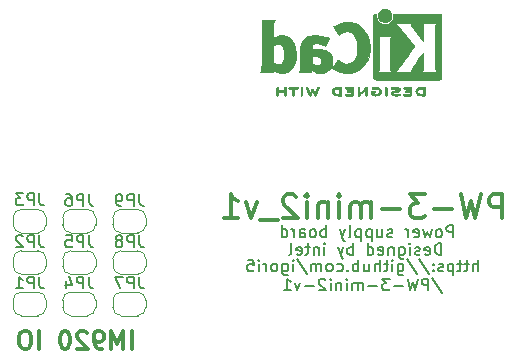
<source format=gbr>
%TF.GenerationSoftware,KiCad,Pcbnew,8.0.1*%
%TF.CreationDate,2024-08-29T16:15:39+09:00*%
%TF.ProjectId,PW-3-mini2-v1,50572d33-2d6d-4696-9e69-322d76312e6b,rev?*%
%TF.SameCoordinates,Original*%
%TF.FileFunction,Legend,Bot*%
%TF.FilePolarity,Positive*%
%FSLAX46Y46*%
G04 Gerber Fmt 4.6, Leading zero omitted, Abs format (unit mm)*
G04 Created by KiCad (PCBNEW 8.0.1) date 2024-08-29 16:15:39*
%MOMM*%
%LPD*%
G01*
G04 APERTURE LIST*
%ADD10C,0.150000*%
%ADD11C,0.300000*%
%ADD12C,0.120000*%
%ADD13C,0.010000*%
G04 APERTURE END LIST*
D10*
X171663220Y-81369819D02*
X171663220Y-80369819D01*
X171663220Y-80369819D02*
X171282268Y-80369819D01*
X171282268Y-80369819D02*
X171187030Y-80417438D01*
X171187030Y-80417438D02*
X171139411Y-80465057D01*
X171139411Y-80465057D02*
X171091792Y-80560295D01*
X171091792Y-80560295D02*
X171091792Y-80703152D01*
X171091792Y-80703152D02*
X171139411Y-80798390D01*
X171139411Y-80798390D02*
X171187030Y-80846009D01*
X171187030Y-80846009D02*
X171282268Y-80893628D01*
X171282268Y-80893628D02*
X171663220Y-80893628D01*
X170520363Y-81369819D02*
X170615601Y-81322200D01*
X170615601Y-81322200D02*
X170663220Y-81274580D01*
X170663220Y-81274580D02*
X170710839Y-81179342D01*
X170710839Y-81179342D02*
X170710839Y-80893628D01*
X170710839Y-80893628D02*
X170663220Y-80798390D01*
X170663220Y-80798390D02*
X170615601Y-80750771D01*
X170615601Y-80750771D02*
X170520363Y-80703152D01*
X170520363Y-80703152D02*
X170377506Y-80703152D01*
X170377506Y-80703152D02*
X170282268Y-80750771D01*
X170282268Y-80750771D02*
X170234649Y-80798390D01*
X170234649Y-80798390D02*
X170187030Y-80893628D01*
X170187030Y-80893628D02*
X170187030Y-81179342D01*
X170187030Y-81179342D02*
X170234649Y-81274580D01*
X170234649Y-81274580D02*
X170282268Y-81322200D01*
X170282268Y-81322200D02*
X170377506Y-81369819D01*
X170377506Y-81369819D02*
X170520363Y-81369819D01*
X169853696Y-80703152D02*
X169663220Y-81369819D01*
X169663220Y-81369819D02*
X169472744Y-80893628D01*
X169472744Y-80893628D02*
X169282268Y-81369819D01*
X169282268Y-81369819D02*
X169091792Y-80703152D01*
X168329887Y-81322200D02*
X168425125Y-81369819D01*
X168425125Y-81369819D02*
X168615601Y-81369819D01*
X168615601Y-81369819D02*
X168710839Y-81322200D01*
X168710839Y-81322200D02*
X168758458Y-81226961D01*
X168758458Y-81226961D02*
X168758458Y-80846009D01*
X168758458Y-80846009D02*
X168710839Y-80750771D01*
X168710839Y-80750771D02*
X168615601Y-80703152D01*
X168615601Y-80703152D02*
X168425125Y-80703152D01*
X168425125Y-80703152D02*
X168329887Y-80750771D01*
X168329887Y-80750771D02*
X168282268Y-80846009D01*
X168282268Y-80846009D02*
X168282268Y-80941247D01*
X168282268Y-80941247D02*
X168758458Y-81036485D01*
X167853696Y-81369819D02*
X167853696Y-80703152D01*
X167853696Y-80893628D02*
X167806077Y-80798390D01*
X167806077Y-80798390D02*
X167758458Y-80750771D01*
X167758458Y-80750771D02*
X167663220Y-80703152D01*
X167663220Y-80703152D02*
X167567982Y-80703152D01*
X166520362Y-81322200D02*
X166425124Y-81369819D01*
X166425124Y-81369819D02*
X166234648Y-81369819D01*
X166234648Y-81369819D02*
X166139410Y-81322200D01*
X166139410Y-81322200D02*
X166091791Y-81226961D01*
X166091791Y-81226961D02*
X166091791Y-81179342D01*
X166091791Y-81179342D02*
X166139410Y-81084104D01*
X166139410Y-81084104D02*
X166234648Y-81036485D01*
X166234648Y-81036485D02*
X166377505Y-81036485D01*
X166377505Y-81036485D02*
X166472743Y-80988866D01*
X166472743Y-80988866D02*
X166520362Y-80893628D01*
X166520362Y-80893628D02*
X166520362Y-80846009D01*
X166520362Y-80846009D02*
X166472743Y-80750771D01*
X166472743Y-80750771D02*
X166377505Y-80703152D01*
X166377505Y-80703152D02*
X166234648Y-80703152D01*
X166234648Y-80703152D02*
X166139410Y-80750771D01*
X165234648Y-80703152D02*
X165234648Y-81369819D01*
X165663219Y-80703152D02*
X165663219Y-81226961D01*
X165663219Y-81226961D02*
X165615600Y-81322200D01*
X165615600Y-81322200D02*
X165520362Y-81369819D01*
X165520362Y-81369819D02*
X165377505Y-81369819D01*
X165377505Y-81369819D02*
X165282267Y-81322200D01*
X165282267Y-81322200D02*
X165234648Y-81274580D01*
X164758457Y-80703152D02*
X164758457Y-81703152D01*
X164758457Y-80750771D02*
X164663219Y-80703152D01*
X164663219Y-80703152D02*
X164472743Y-80703152D01*
X164472743Y-80703152D02*
X164377505Y-80750771D01*
X164377505Y-80750771D02*
X164329886Y-80798390D01*
X164329886Y-80798390D02*
X164282267Y-80893628D01*
X164282267Y-80893628D02*
X164282267Y-81179342D01*
X164282267Y-81179342D02*
X164329886Y-81274580D01*
X164329886Y-81274580D02*
X164377505Y-81322200D01*
X164377505Y-81322200D02*
X164472743Y-81369819D01*
X164472743Y-81369819D02*
X164663219Y-81369819D01*
X164663219Y-81369819D02*
X164758457Y-81322200D01*
X163853695Y-80703152D02*
X163853695Y-81703152D01*
X163853695Y-80750771D02*
X163758457Y-80703152D01*
X163758457Y-80703152D02*
X163567981Y-80703152D01*
X163567981Y-80703152D02*
X163472743Y-80750771D01*
X163472743Y-80750771D02*
X163425124Y-80798390D01*
X163425124Y-80798390D02*
X163377505Y-80893628D01*
X163377505Y-80893628D02*
X163377505Y-81179342D01*
X163377505Y-81179342D02*
X163425124Y-81274580D01*
X163425124Y-81274580D02*
X163472743Y-81322200D01*
X163472743Y-81322200D02*
X163567981Y-81369819D01*
X163567981Y-81369819D02*
X163758457Y-81369819D01*
X163758457Y-81369819D02*
X163853695Y-81322200D01*
X162806076Y-81369819D02*
X162901314Y-81322200D01*
X162901314Y-81322200D02*
X162948933Y-81226961D01*
X162948933Y-81226961D02*
X162948933Y-80369819D01*
X162520361Y-80703152D02*
X162282266Y-81369819D01*
X162044171Y-80703152D02*
X162282266Y-81369819D01*
X162282266Y-81369819D02*
X162377504Y-81607914D01*
X162377504Y-81607914D02*
X162425123Y-81655533D01*
X162425123Y-81655533D02*
X162520361Y-81703152D01*
X160901313Y-81369819D02*
X160901313Y-80369819D01*
X160901313Y-80750771D02*
X160806075Y-80703152D01*
X160806075Y-80703152D02*
X160615599Y-80703152D01*
X160615599Y-80703152D02*
X160520361Y-80750771D01*
X160520361Y-80750771D02*
X160472742Y-80798390D01*
X160472742Y-80798390D02*
X160425123Y-80893628D01*
X160425123Y-80893628D02*
X160425123Y-81179342D01*
X160425123Y-81179342D02*
X160472742Y-81274580D01*
X160472742Y-81274580D02*
X160520361Y-81322200D01*
X160520361Y-81322200D02*
X160615599Y-81369819D01*
X160615599Y-81369819D02*
X160806075Y-81369819D01*
X160806075Y-81369819D02*
X160901313Y-81322200D01*
X159853694Y-81369819D02*
X159948932Y-81322200D01*
X159948932Y-81322200D02*
X159996551Y-81274580D01*
X159996551Y-81274580D02*
X160044170Y-81179342D01*
X160044170Y-81179342D02*
X160044170Y-80893628D01*
X160044170Y-80893628D02*
X159996551Y-80798390D01*
X159996551Y-80798390D02*
X159948932Y-80750771D01*
X159948932Y-80750771D02*
X159853694Y-80703152D01*
X159853694Y-80703152D02*
X159710837Y-80703152D01*
X159710837Y-80703152D02*
X159615599Y-80750771D01*
X159615599Y-80750771D02*
X159567980Y-80798390D01*
X159567980Y-80798390D02*
X159520361Y-80893628D01*
X159520361Y-80893628D02*
X159520361Y-81179342D01*
X159520361Y-81179342D02*
X159567980Y-81274580D01*
X159567980Y-81274580D02*
X159615599Y-81322200D01*
X159615599Y-81322200D02*
X159710837Y-81369819D01*
X159710837Y-81369819D02*
X159853694Y-81369819D01*
X158663218Y-81369819D02*
X158663218Y-80846009D01*
X158663218Y-80846009D02*
X158710837Y-80750771D01*
X158710837Y-80750771D02*
X158806075Y-80703152D01*
X158806075Y-80703152D02*
X158996551Y-80703152D01*
X158996551Y-80703152D02*
X159091789Y-80750771D01*
X158663218Y-81322200D02*
X158758456Y-81369819D01*
X158758456Y-81369819D02*
X158996551Y-81369819D01*
X158996551Y-81369819D02*
X159091789Y-81322200D01*
X159091789Y-81322200D02*
X159139408Y-81226961D01*
X159139408Y-81226961D02*
X159139408Y-81131723D01*
X159139408Y-81131723D02*
X159091789Y-81036485D01*
X159091789Y-81036485D02*
X158996551Y-80988866D01*
X158996551Y-80988866D02*
X158758456Y-80988866D01*
X158758456Y-80988866D02*
X158663218Y-80941247D01*
X158187027Y-81369819D02*
X158187027Y-80703152D01*
X158187027Y-80893628D02*
X158139408Y-80798390D01*
X158139408Y-80798390D02*
X158091789Y-80750771D01*
X158091789Y-80750771D02*
X157996551Y-80703152D01*
X157996551Y-80703152D02*
X157901313Y-80703152D01*
X157139408Y-81369819D02*
X157139408Y-80369819D01*
X157139408Y-81322200D02*
X157234646Y-81369819D01*
X157234646Y-81369819D02*
X157425122Y-81369819D01*
X157425122Y-81369819D02*
X157520360Y-81322200D01*
X157520360Y-81322200D02*
X157567979Y-81274580D01*
X157567979Y-81274580D02*
X157615598Y-81179342D01*
X157615598Y-81179342D02*
X157615598Y-80893628D01*
X157615598Y-80893628D02*
X157567979Y-80798390D01*
X157567979Y-80798390D02*
X157520360Y-80750771D01*
X157520360Y-80750771D02*
X157425122Y-80703152D01*
X157425122Y-80703152D02*
X157234646Y-80703152D01*
X157234646Y-80703152D02*
X157139408Y-80750771D01*
D11*
X144445489Y-90800828D02*
X144445489Y-89300828D01*
X143731203Y-90800828D02*
X143731203Y-89300828D01*
X143731203Y-89300828D02*
X143231203Y-90372257D01*
X143231203Y-90372257D02*
X142731203Y-89300828D01*
X142731203Y-89300828D02*
X142731203Y-90800828D01*
X141945488Y-90800828D02*
X141659774Y-90800828D01*
X141659774Y-90800828D02*
X141516917Y-90729400D01*
X141516917Y-90729400D02*
X141445488Y-90657971D01*
X141445488Y-90657971D02*
X141302631Y-90443685D01*
X141302631Y-90443685D02*
X141231202Y-90157971D01*
X141231202Y-90157971D02*
X141231202Y-89586542D01*
X141231202Y-89586542D02*
X141302631Y-89443685D01*
X141302631Y-89443685D02*
X141374060Y-89372257D01*
X141374060Y-89372257D02*
X141516917Y-89300828D01*
X141516917Y-89300828D02*
X141802631Y-89300828D01*
X141802631Y-89300828D02*
X141945488Y-89372257D01*
X141945488Y-89372257D02*
X142016917Y-89443685D01*
X142016917Y-89443685D02*
X142088345Y-89586542D01*
X142088345Y-89586542D02*
X142088345Y-89943685D01*
X142088345Y-89943685D02*
X142016917Y-90086542D01*
X142016917Y-90086542D02*
X141945488Y-90157971D01*
X141945488Y-90157971D02*
X141802631Y-90229400D01*
X141802631Y-90229400D02*
X141516917Y-90229400D01*
X141516917Y-90229400D02*
X141374060Y-90157971D01*
X141374060Y-90157971D02*
X141302631Y-90086542D01*
X141302631Y-90086542D02*
X141231202Y-89943685D01*
X140659774Y-89443685D02*
X140588346Y-89372257D01*
X140588346Y-89372257D02*
X140445489Y-89300828D01*
X140445489Y-89300828D02*
X140088346Y-89300828D01*
X140088346Y-89300828D02*
X139945489Y-89372257D01*
X139945489Y-89372257D02*
X139874060Y-89443685D01*
X139874060Y-89443685D02*
X139802631Y-89586542D01*
X139802631Y-89586542D02*
X139802631Y-89729400D01*
X139802631Y-89729400D02*
X139874060Y-89943685D01*
X139874060Y-89943685D02*
X140731203Y-90800828D01*
X140731203Y-90800828D02*
X139802631Y-90800828D01*
X138874060Y-89300828D02*
X138731203Y-89300828D01*
X138731203Y-89300828D02*
X138588346Y-89372257D01*
X138588346Y-89372257D02*
X138516918Y-89443685D01*
X138516918Y-89443685D02*
X138445489Y-89586542D01*
X138445489Y-89586542D02*
X138374060Y-89872257D01*
X138374060Y-89872257D02*
X138374060Y-90229400D01*
X138374060Y-90229400D02*
X138445489Y-90515114D01*
X138445489Y-90515114D02*
X138516918Y-90657971D01*
X138516918Y-90657971D02*
X138588346Y-90729400D01*
X138588346Y-90729400D02*
X138731203Y-90800828D01*
X138731203Y-90800828D02*
X138874060Y-90800828D01*
X138874060Y-90800828D02*
X139016918Y-90729400D01*
X139016918Y-90729400D02*
X139088346Y-90657971D01*
X139088346Y-90657971D02*
X139159775Y-90515114D01*
X139159775Y-90515114D02*
X139231203Y-90229400D01*
X139231203Y-90229400D02*
X139231203Y-89872257D01*
X139231203Y-89872257D02*
X139159775Y-89586542D01*
X139159775Y-89586542D02*
X139088346Y-89443685D01*
X139088346Y-89443685D02*
X139016918Y-89372257D01*
X139016918Y-89372257D02*
X138874060Y-89300828D01*
X136588347Y-90800828D02*
X136588347Y-89300828D01*
X135588346Y-89300828D02*
X135302632Y-89300828D01*
X135302632Y-89300828D02*
X135159775Y-89372257D01*
X135159775Y-89372257D02*
X135016918Y-89515114D01*
X135016918Y-89515114D02*
X134945489Y-89800828D01*
X134945489Y-89800828D02*
X134945489Y-90300828D01*
X134945489Y-90300828D02*
X135016918Y-90586542D01*
X135016918Y-90586542D02*
X135159775Y-90729400D01*
X135159775Y-90729400D02*
X135302632Y-90800828D01*
X135302632Y-90800828D02*
X135588346Y-90800828D01*
X135588346Y-90800828D02*
X135731204Y-90729400D01*
X135731204Y-90729400D02*
X135874061Y-90586542D01*
X135874061Y-90586542D02*
X135945489Y-90300828D01*
X135945489Y-90300828D02*
X135945489Y-89800828D01*
X135945489Y-89800828D02*
X135874061Y-89515114D01*
X135874061Y-89515114D02*
X135731204Y-89372257D01*
X135731204Y-89372257D02*
X135588346Y-89300828D01*
X175826441Y-79739638D02*
X175826441Y-77739638D01*
X175826441Y-77739638D02*
X175064536Y-77739638D01*
X175064536Y-77739638D02*
X174874060Y-77834876D01*
X174874060Y-77834876D02*
X174778822Y-77930114D01*
X174778822Y-77930114D02*
X174683584Y-78120590D01*
X174683584Y-78120590D02*
X174683584Y-78406304D01*
X174683584Y-78406304D02*
X174778822Y-78596780D01*
X174778822Y-78596780D02*
X174874060Y-78692019D01*
X174874060Y-78692019D02*
X175064536Y-78787257D01*
X175064536Y-78787257D02*
X175826441Y-78787257D01*
X174016917Y-77739638D02*
X173540727Y-79739638D01*
X173540727Y-79739638D02*
X173159774Y-78311066D01*
X173159774Y-78311066D02*
X172778822Y-79739638D01*
X172778822Y-79739638D02*
X172302632Y-77739638D01*
X171540727Y-78977733D02*
X170016918Y-78977733D01*
X169255013Y-77739638D02*
X168016918Y-77739638D01*
X168016918Y-77739638D02*
X168683585Y-78501542D01*
X168683585Y-78501542D02*
X168397870Y-78501542D01*
X168397870Y-78501542D02*
X168207394Y-78596780D01*
X168207394Y-78596780D02*
X168112156Y-78692019D01*
X168112156Y-78692019D02*
X168016918Y-78882495D01*
X168016918Y-78882495D02*
X168016918Y-79358685D01*
X168016918Y-79358685D02*
X168112156Y-79549161D01*
X168112156Y-79549161D02*
X168207394Y-79644400D01*
X168207394Y-79644400D02*
X168397870Y-79739638D01*
X168397870Y-79739638D02*
X168969299Y-79739638D01*
X168969299Y-79739638D02*
X169159775Y-79644400D01*
X169159775Y-79644400D02*
X169255013Y-79549161D01*
X167159775Y-78977733D02*
X165635966Y-78977733D01*
X164683585Y-79739638D02*
X164683585Y-78406304D01*
X164683585Y-78596780D02*
X164588347Y-78501542D01*
X164588347Y-78501542D02*
X164397871Y-78406304D01*
X164397871Y-78406304D02*
X164112156Y-78406304D01*
X164112156Y-78406304D02*
X163921680Y-78501542D01*
X163921680Y-78501542D02*
X163826442Y-78692019D01*
X163826442Y-78692019D02*
X163826442Y-79739638D01*
X163826442Y-78692019D02*
X163731204Y-78501542D01*
X163731204Y-78501542D02*
X163540728Y-78406304D01*
X163540728Y-78406304D02*
X163255014Y-78406304D01*
X163255014Y-78406304D02*
X163064537Y-78501542D01*
X163064537Y-78501542D02*
X162969299Y-78692019D01*
X162969299Y-78692019D02*
X162969299Y-79739638D01*
X162016918Y-79739638D02*
X162016918Y-78406304D01*
X162016918Y-77739638D02*
X162112156Y-77834876D01*
X162112156Y-77834876D02*
X162016918Y-77930114D01*
X162016918Y-77930114D02*
X161921680Y-77834876D01*
X161921680Y-77834876D02*
X162016918Y-77739638D01*
X162016918Y-77739638D02*
X162016918Y-77930114D01*
X161064537Y-78406304D02*
X161064537Y-79739638D01*
X161064537Y-78596780D02*
X160969299Y-78501542D01*
X160969299Y-78501542D02*
X160778823Y-78406304D01*
X160778823Y-78406304D02*
X160493108Y-78406304D01*
X160493108Y-78406304D02*
X160302632Y-78501542D01*
X160302632Y-78501542D02*
X160207394Y-78692019D01*
X160207394Y-78692019D02*
X160207394Y-79739638D01*
X159255013Y-79739638D02*
X159255013Y-78406304D01*
X159255013Y-77739638D02*
X159350251Y-77834876D01*
X159350251Y-77834876D02*
X159255013Y-77930114D01*
X159255013Y-77930114D02*
X159159775Y-77834876D01*
X159159775Y-77834876D02*
X159255013Y-77739638D01*
X159255013Y-77739638D02*
X159255013Y-77930114D01*
X158397870Y-77930114D02*
X158302632Y-77834876D01*
X158302632Y-77834876D02*
X158112156Y-77739638D01*
X158112156Y-77739638D02*
X157635965Y-77739638D01*
X157635965Y-77739638D02*
X157445489Y-77834876D01*
X157445489Y-77834876D02*
X157350251Y-77930114D01*
X157350251Y-77930114D02*
X157255013Y-78120590D01*
X157255013Y-78120590D02*
X157255013Y-78311066D01*
X157255013Y-78311066D02*
X157350251Y-78596780D01*
X157350251Y-78596780D02*
X158493108Y-79739638D01*
X158493108Y-79739638D02*
X157255013Y-79739638D01*
X156874061Y-79930114D02*
X155350251Y-79930114D01*
X155064536Y-78406304D02*
X154588346Y-79739638D01*
X154588346Y-79739638D02*
X154112155Y-78406304D01*
X152302631Y-79739638D02*
X153445488Y-79739638D01*
X152874060Y-79739638D02*
X152874060Y-77739638D01*
X152874060Y-77739638D02*
X153064536Y-78025352D01*
X153064536Y-78025352D02*
X153255012Y-78215828D01*
X153255012Y-78215828D02*
X153445488Y-78311066D01*
D10*
X173738094Y-84259875D02*
X173738094Y-83259875D01*
X173309523Y-84259875D02*
X173309523Y-83736065D01*
X173309523Y-83736065D02*
X173357142Y-83640827D01*
X173357142Y-83640827D02*
X173452380Y-83593208D01*
X173452380Y-83593208D02*
X173595237Y-83593208D01*
X173595237Y-83593208D02*
X173690475Y-83640827D01*
X173690475Y-83640827D02*
X173738094Y-83688446D01*
X172976189Y-83593208D02*
X172595237Y-83593208D01*
X172833332Y-83259875D02*
X172833332Y-84117017D01*
X172833332Y-84117017D02*
X172785713Y-84212256D01*
X172785713Y-84212256D02*
X172690475Y-84259875D01*
X172690475Y-84259875D02*
X172595237Y-84259875D01*
X172404760Y-83593208D02*
X172023808Y-83593208D01*
X172261903Y-83259875D02*
X172261903Y-84117017D01*
X172261903Y-84117017D02*
X172214284Y-84212256D01*
X172214284Y-84212256D02*
X172119046Y-84259875D01*
X172119046Y-84259875D02*
X172023808Y-84259875D01*
X171690474Y-83593208D02*
X171690474Y-84593208D01*
X171690474Y-83640827D02*
X171595236Y-83593208D01*
X171595236Y-83593208D02*
X171404760Y-83593208D01*
X171404760Y-83593208D02*
X171309522Y-83640827D01*
X171309522Y-83640827D02*
X171261903Y-83688446D01*
X171261903Y-83688446D02*
X171214284Y-83783684D01*
X171214284Y-83783684D02*
X171214284Y-84069398D01*
X171214284Y-84069398D02*
X171261903Y-84164636D01*
X171261903Y-84164636D02*
X171309522Y-84212256D01*
X171309522Y-84212256D02*
X171404760Y-84259875D01*
X171404760Y-84259875D02*
X171595236Y-84259875D01*
X171595236Y-84259875D02*
X171690474Y-84212256D01*
X170833331Y-84212256D02*
X170738093Y-84259875D01*
X170738093Y-84259875D02*
X170547617Y-84259875D01*
X170547617Y-84259875D02*
X170452379Y-84212256D01*
X170452379Y-84212256D02*
X170404760Y-84117017D01*
X170404760Y-84117017D02*
X170404760Y-84069398D01*
X170404760Y-84069398D02*
X170452379Y-83974160D01*
X170452379Y-83974160D02*
X170547617Y-83926541D01*
X170547617Y-83926541D02*
X170690474Y-83926541D01*
X170690474Y-83926541D02*
X170785712Y-83878922D01*
X170785712Y-83878922D02*
X170833331Y-83783684D01*
X170833331Y-83783684D02*
X170833331Y-83736065D01*
X170833331Y-83736065D02*
X170785712Y-83640827D01*
X170785712Y-83640827D02*
X170690474Y-83593208D01*
X170690474Y-83593208D02*
X170547617Y-83593208D01*
X170547617Y-83593208D02*
X170452379Y-83640827D01*
X169976188Y-84164636D02*
X169928569Y-84212256D01*
X169928569Y-84212256D02*
X169976188Y-84259875D01*
X169976188Y-84259875D02*
X170023807Y-84212256D01*
X170023807Y-84212256D02*
X169976188Y-84164636D01*
X169976188Y-84164636D02*
X169976188Y-84259875D01*
X169976188Y-83640827D02*
X169928569Y-83688446D01*
X169928569Y-83688446D02*
X169976188Y-83736065D01*
X169976188Y-83736065D02*
X170023807Y-83688446D01*
X170023807Y-83688446D02*
X169976188Y-83640827D01*
X169976188Y-83640827D02*
X169976188Y-83736065D01*
X168785713Y-83212256D02*
X169642855Y-84497970D01*
X167738094Y-83212256D02*
X168595236Y-84497970D01*
X166976189Y-83593208D02*
X166976189Y-84402732D01*
X166976189Y-84402732D02*
X167023808Y-84497970D01*
X167023808Y-84497970D02*
X167071427Y-84545589D01*
X167071427Y-84545589D02*
X167166665Y-84593208D01*
X167166665Y-84593208D02*
X167309522Y-84593208D01*
X167309522Y-84593208D02*
X167404760Y-84545589D01*
X166976189Y-84212256D02*
X167071427Y-84259875D01*
X167071427Y-84259875D02*
X167261903Y-84259875D01*
X167261903Y-84259875D02*
X167357141Y-84212256D01*
X167357141Y-84212256D02*
X167404760Y-84164636D01*
X167404760Y-84164636D02*
X167452379Y-84069398D01*
X167452379Y-84069398D02*
X167452379Y-83783684D01*
X167452379Y-83783684D02*
X167404760Y-83688446D01*
X167404760Y-83688446D02*
X167357141Y-83640827D01*
X167357141Y-83640827D02*
X167261903Y-83593208D01*
X167261903Y-83593208D02*
X167071427Y-83593208D01*
X167071427Y-83593208D02*
X166976189Y-83640827D01*
X166499998Y-84259875D02*
X166499998Y-83593208D01*
X166499998Y-83259875D02*
X166547617Y-83307494D01*
X166547617Y-83307494D02*
X166499998Y-83355113D01*
X166499998Y-83355113D02*
X166452379Y-83307494D01*
X166452379Y-83307494D02*
X166499998Y-83259875D01*
X166499998Y-83259875D02*
X166499998Y-83355113D01*
X166166665Y-83593208D02*
X165785713Y-83593208D01*
X166023808Y-83259875D02*
X166023808Y-84117017D01*
X166023808Y-84117017D02*
X165976189Y-84212256D01*
X165976189Y-84212256D02*
X165880951Y-84259875D01*
X165880951Y-84259875D02*
X165785713Y-84259875D01*
X165452379Y-84259875D02*
X165452379Y-83259875D01*
X165023808Y-84259875D02*
X165023808Y-83736065D01*
X165023808Y-83736065D02*
X165071427Y-83640827D01*
X165071427Y-83640827D02*
X165166665Y-83593208D01*
X165166665Y-83593208D02*
X165309522Y-83593208D01*
X165309522Y-83593208D02*
X165404760Y-83640827D01*
X165404760Y-83640827D02*
X165452379Y-83688446D01*
X164119046Y-83593208D02*
X164119046Y-84259875D01*
X164547617Y-83593208D02*
X164547617Y-84117017D01*
X164547617Y-84117017D02*
X164499998Y-84212256D01*
X164499998Y-84212256D02*
X164404760Y-84259875D01*
X164404760Y-84259875D02*
X164261903Y-84259875D01*
X164261903Y-84259875D02*
X164166665Y-84212256D01*
X164166665Y-84212256D02*
X164119046Y-84164636D01*
X163642855Y-84259875D02*
X163642855Y-83259875D01*
X163642855Y-83640827D02*
X163547617Y-83593208D01*
X163547617Y-83593208D02*
X163357141Y-83593208D01*
X163357141Y-83593208D02*
X163261903Y-83640827D01*
X163261903Y-83640827D02*
X163214284Y-83688446D01*
X163214284Y-83688446D02*
X163166665Y-83783684D01*
X163166665Y-83783684D02*
X163166665Y-84069398D01*
X163166665Y-84069398D02*
X163214284Y-84164636D01*
X163214284Y-84164636D02*
X163261903Y-84212256D01*
X163261903Y-84212256D02*
X163357141Y-84259875D01*
X163357141Y-84259875D02*
X163547617Y-84259875D01*
X163547617Y-84259875D02*
X163642855Y-84212256D01*
X162738093Y-84164636D02*
X162690474Y-84212256D01*
X162690474Y-84212256D02*
X162738093Y-84259875D01*
X162738093Y-84259875D02*
X162785712Y-84212256D01*
X162785712Y-84212256D02*
X162738093Y-84164636D01*
X162738093Y-84164636D02*
X162738093Y-84259875D01*
X161833332Y-84212256D02*
X161928570Y-84259875D01*
X161928570Y-84259875D02*
X162119046Y-84259875D01*
X162119046Y-84259875D02*
X162214284Y-84212256D01*
X162214284Y-84212256D02*
X162261903Y-84164636D01*
X162261903Y-84164636D02*
X162309522Y-84069398D01*
X162309522Y-84069398D02*
X162309522Y-83783684D01*
X162309522Y-83783684D02*
X162261903Y-83688446D01*
X162261903Y-83688446D02*
X162214284Y-83640827D01*
X162214284Y-83640827D02*
X162119046Y-83593208D01*
X162119046Y-83593208D02*
X161928570Y-83593208D01*
X161928570Y-83593208D02*
X161833332Y-83640827D01*
X161261903Y-84259875D02*
X161357141Y-84212256D01*
X161357141Y-84212256D02*
X161404760Y-84164636D01*
X161404760Y-84164636D02*
X161452379Y-84069398D01*
X161452379Y-84069398D02*
X161452379Y-83783684D01*
X161452379Y-83783684D02*
X161404760Y-83688446D01*
X161404760Y-83688446D02*
X161357141Y-83640827D01*
X161357141Y-83640827D02*
X161261903Y-83593208D01*
X161261903Y-83593208D02*
X161119046Y-83593208D01*
X161119046Y-83593208D02*
X161023808Y-83640827D01*
X161023808Y-83640827D02*
X160976189Y-83688446D01*
X160976189Y-83688446D02*
X160928570Y-83783684D01*
X160928570Y-83783684D02*
X160928570Y-84069398D01*
X160928570Y-84069398D02*
X160976189Y-84164636D01*
X160976189Y-84164636D02*
X161023808Y-84212256D01*
X161023808Y-84212256D02*
X161119046Y-84259875D01*
X161119046Y-84259875D02*
X161261903Y-84259875D01*
X160499998Y-84259875D02*
X160499998Y-83593208D01*
X160499998Y-83688446D02*
X160452379Y-83640827D01*
X160452379Y-83640827D02*
X160357141Y-83593208D01*
X160357141Y-83593208D02*
X160214284Y-83593208D01*
X160214284Y-83593208D02*
X160119046Y-83640827D01*
X160119046Y-83640827D02*
X160071427Y-83736065D01*
X160071427Y-83736065D02*
X160071427Y-84259875D01*
X160071427Y-83736065D02*
X160023808Y-83640827D01*
X160023808Y-83640827D02*
X159928570Y-83593208D01*
X159928570Y-83593208D02*
X159785713Y-83593208D01*
X159785713Y-83593208D02*
X159690474Y-83640827D01*
X159690474Y-83640827D02*
X159642855Y-83736065D01*
X159642855Y-83736065D02*
X159642855Y-84259875D01*
X158452380Y-83212256D02*
X159309522Y-84497970D01*
X158119046Y-84259875D02*
X158119046Y-83593208D01*
X158119046Y-83259875D02*
X158166665Y-83307494D01*
X158166665Y-83307494D02*
X158119046Y-83355113D01*
X158119046Y-83355113D02*
X158071427Y-83307494D01*
X158071427Y-83307494D02*
X158119046Y-83259875D01*
X158119046Y-83259875D02*
X158119046Y-83355113D01*
X157214285Y-83593208D02*
X157214285Y-84402732D01*
X157214285Y-84402732D02*
X157261904Y-84497970D01*
X157261904Y-84497970D02*
X157309523Y-84545589D01*
X157309523Y-84545589D02*
X157404761Y-84593208D01*
X157404761Y-84593208D02*
X157547618Y-84593208D01*
X157547618Y-84593208D02*
X157642856Y-84545589D01*
X157214285Y-84212256D02*
X157309523Y-84259875D01*
X157309523Y-84259875D02*
X157499999Y-84259875D01*
X157499999Y-84259875D02*
X157595237Y-84212256D01*
X157595237Y-84212256D02*
X157642856Y-84164636D01*
X157642856Y-84164636D02*
X157690475Y-84069398D01*
X157690475Y-84069398D02*
X157690475Y-83783684D01*
X157690475Y-83783684D02*
X157642856Y-83688446D01*
X157642856Y-83688446D02*
X157595237Y-83640827D01*
X157595237Y-83640827D02*
X157499999Y-83593208D01*
X157499999Y-83593208D02*
X157309523Y-83593208D01*
X157309523Y-83593208D02*
X157214285Y-83640827D01*
X156595237Y-84259875D02*
X156690475Y-84212256D01*
X156690475Y-84212256D02*
X156738094Y-84164636D01*
X156738094Y-84164636D02*
X156785713Y-84069398D01*
X156785713Y-84069398D02*
X156785713Y-83783684D01*
X156785713Y-83783684D02*
X156738094Y-83688446D01*
X156738094Y-83688446D02*
X156690475Y-83640827D01*
X156690475Y-83640827D02*
X156595237Y-83593208D01*
X156595237Y-83593208D02*
X156452380Y-83593208D01*
X156452380Y-83593208D02*
X156357142Y-83640827D01*
X156357142Y-83640827D02*
X156309523Y-83688446D01*
X156309523Y-83688446D02*
X156261904Y-83783684D01*
X156261904Y-83783684D02*
X156261904Y-84069398D01*
X156261904Y-84069398D02*
X156309523Y-84164636D01*
X156309523Y-84164636D02*
X156357142Y-84212256D01*
X156357142Y-84212256D02*
X156452380Y-84259875D01*
X156452380Y-84259875D02*
X156595237Y-84259875D01*
X155833332Y-84259875D02*
X155833332Y-83593208D01*
X155833332Y-83783684D02*
X155785713Y-83688446D01*
X155785713Y-83688446D02*
X155738094Y-83640827D01*
X155738094Y-83640827D02*
X155642856Y-83593208D01*
X155642856Y-83593208D02*
X155547618Y-83593208D01*
X155214284Y-84259875D02*
X155214284Y-83593208D01*
X155214284Y-83259875D02*
X155261903Y-83307494D01*
X155261903Y-83307494D02*
X155214284Y-83355113D01*
X155214284Y-83355113D02*
X155166665Y-83307494D01*
X155166665Y-83307494D02*
X155214284Y-83259875D01*
X155214284Y-83259875D02*
X155214284Y-83355113D01*
X154261904Y-83259875D02*
X154738094Y-83259875D01*
X154738094Y-83259875D02*
X154785713Y-83736065D01*
X154785713Y-83736065D02*
X154738094Y-83688446D01*
X154738094Y-83688446D02*
X154642856Y-83640827D01*
X154642856Y-83640827D02*
X154404761Y-83640827D01*
X154404761Y-83640827D02*
X154309523Y-83688446D01*
X154309523Y-83688446D02*
X154261904Y-83736065D01*
X154261904Y-83736065D02*
X154214285Y-83831303D01*
X154214285Y-83831303D02*
X154214285Y-84069398D01*
X154214285Y-84069398D02*
X154261904Y-84164636D01*
X154261904Y-84164636D02*
X154309523Y-84212256D01*
X154309523Y-84212256D02*
X154404761Y-84259875D01*
X154404761Y-84259875D02*
X154642856Y-84259875D01*
X154642856Y-84259875D02*
X154738094Y-84212256D01*
X154738094Y-84212256D02*
X154785713Y-84164636D01*
X169904761Y-84822200D02*
X170761903Y-86107914D01*
X169571427Y-85869819D02*
X169571427Y-84869819D01*
X169571427Y-84869819D02*
X169190475Y-84869819D01*
X169190475Y-84869819D02*
X169095237Y-84917438D01*
X169095237Y-84917438D02*
X169047618Y-84965057D01*
X169047618Y-84965057D02*
X168999999Y-85060295D01*
X168999999Y-85060295D02*
X168999999Y-85203152D01*
X168999999Y-85203152D02*
X169047618Y-85298390D01*
X169047618Y-85298390D02*
X169095237Y-85346009D01*
X169095237Y-85346009D02*
X169190475Y-85393628D01*
X169190475Y-85393628D02*
X169571427Y-85393628D01*
X168666665Y-84869819D02*
X168428570Y-85869819D01*
X168428570Y-85869819D02*
X168238094Y-85155533D01*
X168238094Y-85155533D02*
X168047618Y-85869819D01*
X168047618Y-85869819D02*
X167809523Y-84869819D01*
X167428570Y-85488866D02*
X166666666Y-85488866D01*
X166285713Y-84869819D02*
X165666666Y-84869819D01*
X165666666Y-84869819D02*
X165999999Y-85250771D01*
X165999999Y-85250771D02*
X165857142Y-85250771D01*
X165857142Y-85250771D02*
X165761904Y-85298390D01*
X165761904Y-85298390D02*
X165714285Y-85346009D01*
X165714285Y-85346009D02*
X165666666Y-85441247D01*
X165666666Y-85441247D02*
X165666666Y-85679342D01*
X165666666Y-85679342D02*
X165714285Y-85774580D01*
X165714285Y-85774580D02*
X165761904Y-85822200D01*
X165761904Y-85822200D02*
X165857142Y-85869819D01*
X165857142Y-85869819D02*
X166142856Y-85869819D01*
X166142856Y-85869819D02*
X166238094Y-85822200D01*
X166238094Y-85822200D02*
X166285713Y-85774580D01*
X165238094Y-85488866D02*
X164476190Y-85488866D01*
X163999999Y-85869819D02*
X163999999Y-85203152D01*
X163999999Y-85298390D02*
X163952380Y-85250771D01*
X163952380Y-85250771D02*
X163857142Y-85203152D01*
X163857142Y-85203152D02*
X163714285Y-85203152D01*
X163714285Y-85203152D02*
X163619047Y-85250771D01*
X163619047Y-85250771D02*
X163571428Y-85346009D01*
X163571428Y-85346009D02*
X163571428Y-85869819D01*
X163571428Y-85346009D02*
X163523809Y-85250771D01*
X163523809Y-85250771D02*
X163428571Y-85203152D01*
X163428571Y-85203152D02*
X163285714Y-85203152D01*
X163285714Y-85203152D02*
X163190475Y-85250771D01*
X163190475Y-85250771D02*
X163142856Y-85346009D01*
X163142856Y-85346009D02*
X163142856Y-85869819D01*
X162666666Y-85869819D02*
X162666666Y-85203152D01*
X162666666Y-84869819D02*
X162714285Y-84917438D01*
X162714285Y-84917438D02*
X162666666Y-84965057D01*
X162666666Y-84965057D02*
X162619047Y-84917438D01*
X162619047Y-84917438D02*
X162666666Y-84869819D01*
X162666666Y-84869819D02*
X162666666Y-84965057D01*
X162190476Y-85203152D02*
X162190476Y-85869819D01*
X162190476Y-85298390D02*
X162142857Y-85250771D01*
X162142857Y-85250771D02*
X162047619Y-85203152D01*
X162047619Y-85203152D02*
X161904762Y-85203152D01*
X161904762Y-85203152D02*
X161809524Y-85250771D01*
X161809524Y-85250771D02*
X161761905Y-85346009D01*
X161761905Y-85346009D02*
X161761905Y-85869819D01*
X161285714Y-85869819D02*
X161285714Y-85203152D01*
X161285714Y-84869819D02*
X161333333Y-84917438D01*
X161333333Y-84917438D02*
X161285714Y-84965057D01*
X161285714Y-84965057D02*
X161238095Y-84917438D01*
X161238095Y-84917438D02*
X161285714Y-84869819D01*
X161285714Y-84869819D02*
X161285714Y-84965057D01*
X160857143Y-84965057D02*
X160809524Y-84917438D01*
X160809524Y-84917438D02*
X160714286Y-84869819D01*
X160714286Y-84869819D02*
X160476191Y-84869819D01*
X160476191Y-84869819D02*
X160380953Y-84917438D01*
X160380953Y-84917438D02*
X160333334Y-84965057D01*
X160333334Y-84965057D02*
X160285715Y-85060295D01*
X160285715Y-85060295D02*
X160285715Y-85155533D01*
X160285715Y-85155533D02*
X160333334Y-85298390D01*
X160333334Y-85298390D02*
X160904762Y-85869819D01*
X160904762Y-85869819D02*
X160285715Y-85869819D01*
X159857143Y-85488866D02*
X159095239Y-85488866D01*
X158714286Y-85203152D02*
X158476191Y-85869819D01*
X158476191Y-85869819D02*
X158238096Y-85203152D01*
X157333334Y-85869819D02*
X157904762Y-85869819D01*
X157619048Y-85869819D02*
X157619048Y-84869819D01*
X157619048Y-84869819D02*
X157714286Y-85012676D01*
X157714286Y-85012676D02*
X157809524Y-85107914D01*
X157809524Y-85107914D02*
X157904762Y-85155533D01*
X170663220Y-82869819D02*
X170663220Y-81869819D01*
X170663220Y-81869819D02*
X170425125Y-81869819D01*
X170425125Y-81869819D02*
X170282268Y-81917438D01*
X170282268Y-81917438D02*
X170187030Y-82012676D01*
X170187030Y-82012676D02*
X170139411Y-82107914D01*
X170139411Y-82107914D02*
X170091792Y-82298390D01*
X170091792Y-82298390D02*
X170091792Y-82441247D01*
X170091792Y-82441247D02*
X170139411Y-82631723D01*
X170139411Y-82631723D02*
X170187030Y-82726961D01*
X170187030Y-82726961D02*
X170282268Y-82822200D01*
X170282268Y-82822200D02*
X170425125Y-82869819D01*
X170425125Y-82869819D02*
X170663220Y-82869819D01*
X169282268Y-82822200D02*
X169377506Y-82869819D01*
X169377506Y-82869819D02*
X169567982Y-82869819D01*
X169567982Y-82869819D02*
X169663220Y-82822200D01*
X169663220Y-82822200D02*
X169710839Y-82726961D01*
X169710839Y-82726961D02*
X169710839Y-82346009D01*
X169710839Y-82346009D02*
X169663220Y-82250771D01*
X169663220Y-82250771D02*
X169567982Y-82203152D01*
X169567982Y-82203152D02*
X169377506Y-82203152D01*
X169377506Y-82203152D02*
X169282268Y-82250771D01*
X169282268Y-82250771D02*
X169234649Y-82346009D01*
X169234649Y-82346009D02*
X169234649Y-82441247D01*
X169234649Y-82441247D02*
X169710839Y-82536485D01*
X168853696Y-82822200D02*
X168758458Y-82869819D01*
X168758458Y-82869819D02*
X168567982Y-82869819D01*
X168567982Y-82869819D02*
X168472744Y-82822200D01*
X168472744Y-82822200D02*
X168425125Y-82726961D01*
X168425125Y-82726961D02*
X168425125Y-82679342D01*
X168425125Y-82679342D02*
X168472744Y-82584104D01*
X168472744Y-82584104D02*
X168567982Y-82536485D01*
X168567982Y-82536485D02*
X168710839Y-82536485D01*
X168710839Y-82536485D02*
X168806077Y-82488866D01*
X168806077Y-82488866D02*
X168853696Y-82393628D01*
X168853696Y-82393628D02*
X168853696Y-82346009D01*
X168853696Y-82346009D02*
X168806077Y-82250771D01*
X168806077Y-82250771D02*
X168710839Y-82203152D01*
X168710839Y-82203152D02*
X168567982Y-82203152D01*
X168567982Y-82203152D02*
X168472744Y-82250771D01*
X167996553Y-82869819D02*
X167996553Y-82203152D01*
X167996553Y-81869819D02*
X168044172Y-81917438D01*
X168044172Y-81917438D02*
X167996553Y-81965057D01*
X167996553Y-81965057D02*
X167948934Y-81917438D01*
X167948934Y-81917438D02*
X167996553Y-81869819D01*
X167996553Y-81869819D02*
X167996553Y-81965057D01*
X167091792Y-82203152D02*
X167091792Y-83012676D01*
X167091792Y-83012676D02*
X167139411Y-83107914D01*
X167139411Y-83107914D02*
X167187030Y-83155533D01*
X167187030Y-83155533D02*
X167282268Y-83203152D01*
X167282268Y-83203152D02*
X167425125Y-83203152D01*
X167425125Y-83203152D02*
X167520363Y-83155533D01*
X167091792Y-82822200D02*
X167187030Y-82869819D01*
X167187030Y-82869819D02*
X167377506Y-82869819D01*
X167377506Y-82869819D02*
X167472744Y-82822200D01*
X167472744Y-82822200D02*
X167520363Y-82774580D01*
X167520363Y-82774580D02*
X167567982Y-82679342D01*
X167567982Y-82679342D02*
X167567982Y-82393628D01*
X167567982Y-82393628D02*
X167520363Y-82298390D01*
X167520363Y-82298390D02*
X167472744Y-82250771D01*
X167472744Y-82250771D02*
X167377506Y-82203152D01*
X167377506Y-82203152D02*
X167187030Y-82203152D01*
X167187030Y-82203152D02*
X167091792Y-82250771D01*
X166615601Y-82203152D02*
X166615601Y-82869819D01*
X166615601Y-82298390D02*
X166567982Y-82250771D01*
X166567982Y-82250771D02*
X166472744Y-82203152D01*
X166472744Y-82203152D02*
X166329887Y-82203152D01*
X166329887Y-82203152D02*
X166234649Y-82250771D01*
X166234649Y-82250771D02*
X166187030Y-82346009D01*
X166187030Y-82346009D02*
X166187030Y-82869819D01*
X165329887Y-82822200D02*
X165425125Y-82869819D01*
X165425125Y-82869819D02*
X165615601Y-82869819D01*
X165615601Y-82869819D02*
X165710839Y-82822200D01*
X165710839Y-82822200D02*
X165758458Y-82726961D01*
X165758458Y-82726961D02*
X165758458Y-82346009D01*
X165758458Y-82346009D02*
X165710839Y-82250771D01*
X165710839Y-82250771D02*
X165615601Y-82203152D01*
X165615601Y-82203152D02*
X165425125Y-82203152D01*
X165425125Y-82203152D02*
X165329887Y-82250771D01*
X165329887Y-82250771D02*
X165282268Y-82346009D01*
X165282268Y-82346009D02*
X165282268Y-82441247D01*
X165282268Y-82441247D02*
X165758458Y-82536485D01*
X164425125Y-82869819D02*
X164425125Y-81869819D01*
X164425125Y-82822200D02*
X164520363Y-82869819D01*
X164520363Y-82869819D02*
X164710839Y-82869819D01*
X164710839Y-82869819D02*
X164806077Y-82822200D01*
X164806077Y-82822200D02*
X164853696Y-82774580D01*
X164853696Y-82774580D02*
X164901315Y-82679342D01*
X164901315Y-82679342D02*
X164901315Y-82393628D01*
X164901315Y-82393628D02*
X164853696Y-82298390D01*
X164853696Y-82298390D02*
X164806077Y-82250771D01*
X164806077Y-82250771D02*
X164710839Y-82203152D01*
X164710839Y-82203152D02*
X164520363Y-82203152D01*
X164520363Y-82203152D02*
X164425125Y-82250771D01*
X163187029Y-82869819D02*
X163187029Y-81869819D01*
X163187029Y-82250771D02*
X163091791Y-82203152D01*
X163091791Y-82203152D02*
X162901315Y-82203152D01*
X162901315Y-82203152D02*
X162806077Y-82250771D01*
X162806077Y-82250771D02*
X162758458Y-82298390D01*
X162758458Y-82298390D02*
X162710839Y-82393628D01*
X162710839Y-82393628D02*
X162710839Y-82679342D01*
X162710839Y-82679342D02*
X162758458Y-82774580D01*
X162758458Y-82774580D02*
X162806077Y-82822200D01*
X162806077Y-82822200D02*
X162901315Y-82869819D01*
X162901315Y-82869819D02*
X163091791Y-82869819D01*
X163091791Y-82869819D02*
X163187029Y-82822200D01*
X162377505Y-82203152D02*
X162139410Y-82869819D01*
X161901315Y-82203152D02*
X162139410Y-82869819D01*
X162139410Y-82869819D02*
X162234648Y-83107914D01*
X162234648Y-83107914D02*
X162282267Y-83155533D01*
X162282267Y-83155533D02*
X162377505Y-83203152D01*
X160758457Y-82869819D02*
X160758457Y-82203152D01*
X160758457Y-81869819D02*
X160806076Y-81917438D01*
X160806076Y-81917438D02*
X160758457Y-81965057D01*
X160758457Y-81965057D02*
X160710838Y-81917438D01*
X160710838Y-81917438D02*
X160758457Y-81869819D01*
X160758457Y-81869819D02*
X160758457Y-81965057D01*
X160282267Y-82203152D02*
X160282267Y-82869819D01*
X160282267Y-82298390D02*
X160234648Y-82250771D01*
X160234648Y-82250771D02*
X160139410Y-82203152D01*
X160139410Y-82203152D02*
X159996553Y-82203152D01*
X159996553Y-82203152D02*
X159901315Y-82250771D01*
X159901315Y-82250771D02*
X159853696Y-82346009D01*
X159853696Y-82346009D02*
X159853696Y-82869819D01*
X159520362Y-82203152D02*
X159139410Y-82203152D01*
X159377505Y-81869819D02*
X159377505Y-82726961D01*
X159377505Y-82726961D02*
X159329886Y-82822200D01*
X159329886Y-82822200D02*
X159234648Y-82869819D01*
X159234648Y-82869819D02*
X159139410Y-82869819D01*
X158425124Y-82822200D02*
X158520362Y-82869819D01*
X158520362Y-82869819D02*
X158710838Y-82869819D01*
X158710838Y-82869819D02*
X158806076Y-82822200D01*
X158806076Y-82822200D02*
X158853695Y-82726961D01*
X158853695Y-82726961D02*
X158853695Y-82346009D01*
X158853695Y-82346009D02*
X158806076Y-82250771D01*
X158806076Y-82250771D02*
X158710838Y-82203152D01*
X158710838Y-82203152D02*
X158520362Y-82203152D01*
X158520362Y-82203152D02*
X158425124Y-82250771D01*
X158425124Y-82250771D02*
X158377505Y-82346009D01*
X158377505Y-82346009D02*
X158377505Y-82441247D01*
X158377505Y-82441247D02*
X158853695Y-82536485D01*
X157806076Y-82869819D02*
X157901314Y-82822200D01*
X157901314Y-82822200D02*
X157948933Y-82726961D01*
X157948933Y-82726961D02*
X157948933Y-81869819D01*
X140833333Y-81204819D02*
X140833333Y-81919104D01*
X140833333Y-81919104D02*
X140880952Y-82061961D01*
X140880952Y-82061961D02*
X140976190Y-82157200D01*
X140976190Y-82157200D02*
X141119047Y-82204819D01*
X141119047Y-82204819D02*
X141214285Y-82204819D01*
X140357142Y-82204819D02*
X140357142Y-81204819D01*
X140357142Y-81204819D02*
X139976190Y-81204819D01*
X139976190Y-81204819D02*
X139880952Y-81252438D01*
X139880952Y-81252438D02*
X139833333Y-81300057D01*
X139833333Y-81300057D02*
X139785714Y-81395295D01*
X139785714Y-81395295D02*
X139785714Y-81538152D01*
X139785714Y-81538152D02*
X139833333Y-81633390D01*
X139833333Y-81633390D02*
X139880952Y-81681009D01*
X139880952Y-81681009D02*
X139976190Y-81728628D01*
X139976190Y-81728628D02*
X140357142Y-81728628D01*
X138880952Y-81204819D02*
X139357142Y-81204819D01*
X139357142Y-81204819D02*
X139404761Y-81681009D01*
X139404761Y-81681009D02*
X139357142Y-81633390D01*
X139357142Y-81633390D02*
X139261904Y-81585771D01*
X139261904Y-81585771D02*
X139023809Y-81585771D01*
X139023809Y-81585771D02*
X138928571Y-81633390D01*
X138928571Y-81633390D02*
X138880952Y-81681009D01*
X138880952Y-81681009D02*
X138833333Y-81776247D01*
X138833333Y-81776247D02*
X138833333Y-82014342D01*
X138833333Y-82014342D02*
X138880952Y-82109580D01*
X138880952Y-82109580D02*
X138928571Y-82157200D01*
X138928571Y-82157200D02*
X139023809Y-82204819D01*
X139023809Y-82204819D02*
X139261904Y-82204819D01*
X139261904Y-82204819D02*
X139357142Y-82157200D01*
X139357142Y-82157200D02*
X139404761Y-82109580D01*
X140833333Y-77704819D02*
X140833333Y-78419104D01*
X140833333Y-78419104D02*
X140880952Y-78561961D01*
X140880952Y-78561961D02*
X140976190Y-78657200D01*
X140976190Y-78657200D02*
X141119047Y-78704819D01*
X141119047Y-78704819D02*
X141214285Y-78704819D01*
X140357142Y-78704819D02*
X140357142Y-77704819D01*
X140357142Y-77704819D02*
X139976190Y-77704819D01*
X139976190Y-77704819D02*
X139880952Y-77752438D01*
X139880952Y-77752438D02*
X139833333Y-77800057D01*
X139833333Y-77800057D02*
X139785714Y-77895295D01*
X139785714Y-77895295D02*
X139785714Y-78038152D01*
X139785714Y-78038152D02*
X139833333Y-78133390D01*
X139833333Y-78133390D02*
X139880952Y-78181009D01*
X139880952Y-78181009D02*
X139976190Y-78228628D01*
X139976190Y-78228628D02*
X140357142Y-78228628D01*
X138928571Y-77704819D02*
X139119047Y-77704819D01*
X139119047Y-77704819D02*
X139214285Y-77752438D01*
X139214285Y-77752438D02*
X139261904Y-77800057D01*
X139261904Y-77800057D02*
X139357142Y-77942914D01*
X139357142Y-77942914D02*
X139404761Y-78133390D01*
X139404761Y-78133390D02*
X139404761Y-78514342D01*
X139404761Y-78514342D02*
X139357142Y-78609580D01*
X139357142Y-78609580D02*
X139309523Y-78657200D01*
X139309523Y-78657200D02*
X139214285Y-78704819D01*
X139214285Y-78704819D02*
X139023809Y-78704819D01*
X139023809Y-78704819D02*
X138928571Y-78657200D01*
X138928571Y-78657200D02*
X138880952Y-78609580D01*
X138880952Y-78609580D02*
X138833333Y-78514342D01*
X138833333Y-78514342D02*
X138833333Y-78276247D01*
X138833333Y-78276247D02*
X138880952Y-78181009D01*
X138880952Y-78181009D02*
X138928571Y-78133390D01*
X138928571Y-78133390D02*
X139023809Y-78085771D01*
X139023809Y-78085771D02*
X139214285Y-78085771D01*
X139214285Y-78085771D02*
X139309523Y-78133390D01*
X139309523Y-78133390D02*
X139357142Y-78181009D01*
X139357142Y-78181009D02*
X139404761Y-78276247D01*
X145083333Y-81204819D02*
X145083333Y-81919104D01*
X145083333Y-81919104D02*
X145130952Y-82061961D01*
X145130952Y-82061961D02*
X145226190Y-82157200D01*
X145226190Y-82157200D02*
X145369047Y-82204819D01*
X145369047Y-82204819D02*
X145464285Y-82204819D01*
X144607142Y-82204819D02*
X144607142Y-81204819D01*
X144607142Y-81204819D02*
X144226190Y-81204819D01*
X144226190Y-81204819D02*
X144130952Y-81252438D01*
X144130952Y-81252438D02*
X144083333Y-81300057D01*
X144083333Y-81300057D02*
X144035714Y-81395295D01*
X144035714Y-81395295D02*
X144035714Y-81538152D01*
X144035714Y-81538152D02*
X144083333Y-81633390D01*
X144083333Y-81633390D02*
X144130952Y-81681009D01*
X144130952Y-81681009D02*
X144226190Y-81728628D01*
X144226190Y-81728628D02*
X144607142Y-81728628D01*
X143464285Y-81633390D02*
X143559523Y-81585771D01*
X143559523Y-81585771D02*
X143607142Y-81538152D01*
X143607142Y-81538152D02*
X143654761Y-81442914D01*
X143654761Y-81442914D02*
X143654761Y-81395295D01*
X143654761Y-81395295D02*
X143607142Y-81300057D01*
X143607142Y-81300057D02*
X143559523Y-81252438D01*
X143559523Y-81252438D02*
X143464285Y-81204819D01*
X143464285Y-81204819D02*
X143273809Y-81204819D01*
X143273809Y-81204819D02*
X143178571Y-81252438D01*
X143178571Y-81252438D02*
X143130952Y-81300057D01*
X143130952Y-81300057D02*
X143083333Y-81395295D01*
X143083333Y-81395295D02*
X143083333Y-81442914D01*
X143083333Y-81442914D02*
X143130952Y-81538152D01*
X143130952Y-81538152D02*
X143178571Y-81585771D01*
X143178571Y-81585771D02*
X143273809Y-81633390D01*
X143273809Y-81633390D02*
X143464285Y-81633390D01*
X143464285Y-81633390D02*
X143559523Y-81681009D01*
X143559523Y-81681009D02*
X143607142Y-81728628D01*
X143607142Y-81728628D02*
X143654761Y-81823866D01*
X143654761Y-81823866D02*
X143654761Y-82014342D01*
X143654761Y-82014342D02*
X143607142Y-82109580D01*
X143607142Y-82109580D02*
X143559523Y-82157200D01*
X143559523Y-82157200D02*
X143464285Y-82204819D01*
X143464285Y-82204819D02*
X143273809Y-82204819D01*
X143273809Y-82204819D02*
X143178571Y-82157200D01*
X143178571Y-82157200D02*
X143130952Y-82109580D01*
X143130952Y-82109580D02*
X143083333Y-82014342D01*
X143083333Y-82014342D02*
X143083333Y-81823866D01*
X143083333Y-81823866D02*
X143130952Y-81728628D01*
X143130952Y-81728628D02*
X143178571Y-81681009D01*
X143178571Y-81681009D02*
X143273809Y-81633390D01*
X140833333Y-84704819D02*
X140833333Y-85419104D01*
X140833333Y-85419104D02*
X140880952Y-85561961D01*
X140880952Y-85561961D02*
X140976190Y-85657200D01*
X140976190Y-85657200D02*
X141119047Y-85704819D01*
X141119047Y-85704819D02*
X141214285Y-85704819D01*
X140357142Y-85704819D02*
X140357142Y-84704819D01*
X140357142Y-84704819D02*
X139976190Y-84704819D01*
X139976190Y-84704819D02*
X139880952Y-84752438D01*
X139880952Y-84752438D02*
X139833333Y-84800057D01*
X139833333Y-84800057D02*
X139785714Y-84895295D01*
X139785714Y-84895295D02*
X139785714Y-85038152D01*
X139785714Y-85038152D02*
X139833333Y-85133390D01*
X139833333Y-85133390D02*
X139880952Y-85181009D01*
X139880952Y-85181009D02*
X139976190Y-85228628D01*
X139976190Y-85228628D02*
X140357142Y-85228628D01*
X138928571Y-85038152D02*
X138928571Y-85704819D01*
X139166666Y-84657200D02*
X139404761Y-85371485D01*
X139404761Y-85371485D02*
X138785714Y-85371485D01*
X145083333Y-77704819D02*
X145083333Y-78419104D01*
X145083333Y-78419104D02*
X145130952Y-78561961D01*
X145130952Y-78561961D02*
X145226190Y-78657200D01*
X145226190Y-78657200D02*
X145369047Y-78704819D01*
X145369047Y-78704819D02*
X145464285Y-78704819D01*
X144607142Y-78704819D02*
X144607142Y-77704819D01*
X144607142Y-77704819D02*
X144226190Y-77704819D01*
X144226190Y-77704819D02*
X144130952Y-77752438D01*
X144130952Y-77752438D02*
X144083333Y-77800057D01*
X144083333Y-77800057D02*
X144035714Y-77895295D01*
X144035714Y-77895295D02*
X144035714Y-78038152D01*
X144035714Y-78038152D02*
X144083333Y-78133390D01*
X144083333Y-78133390D02*
X144130952Y-78181009D01*
X144130952Y-78181009D02*
X144226190Y-78228628D01*
X144226190Y-78228628D02*
X144607142Y-78228628D01*
X143559523Y-78704819D02*
X143369047Y-78704819D01*
X143369047Y-78704819D02*
X143273809Y-78657200D01*
X143273809Y-78657200D02*
X143226190Y-78609580D01*
X143226190Y-78609580D02*
X143130952Y-78466723D01*
X143130952Y-78466723D02*
X143083333Y-78276247D01*
X143083333Y-78276247D02*
X143083333Y-77895295D01*
X143083333Y-77895295D02*
X143130952Y-77800057D01*
X143130952Y-77800057D02*
X143178571Y-77752438D01*
X143178571Y-77752438D02*
X143273809Y-77704819D01*
X143273809Y-77704819D02*
X143464285Y-77704819D01*
X143464285Y-77704819D02*
X143559523Y-77752438D01*
X143559523Y-77752438D02*
X143607142Y-77800057D01*
X143607142Y-77800057D02*
X143654761Y-77895295D01*
X143654761Y-77895295D02*
X143654761Y-78133390D01*
X143654761Y-78133390D02*
X143607142Y-78228628D01*
X143607142Y-78228628D02*
X143559523Y-78276247D01*
X143559523Y-78276247D02*
X143464285Y-78323866D01*
X143464285Y-78323866D02*
X143273809Y-78323866D01*
X143273809Y-78323866D02*
X143178571Y-78276247D01*
X143178571Y-78276247D02*
X143130952Y-78228628D01*
X143130952Y-78228628D02*
X143083333Y-78133390D01*
X136633333Y-81204819D02*
X136633333Y-81919104D01*
X136633333Y-81919104D02*
X136680952Y-82061961D01*
X136680952Y-82061961D02*
X136776190Y-82157200D01*
X136776190Y-82157200D02*
X136919047Y-82204819D01*
X136919047Y-82204819D02*
X137014285Y-82204819D01*
X136157142Y-82204819D02*
X136157142Y-81204819D01*
X136157142Y-81204819D02*
X135776190Y-81204819D01*
X135776190Y-81204819D02*
X135680952Y-81252438D01*
X135680952Y-81252438D02*
X135633333Y-81300057D01*
X135633333Y-81300057D02*
X135585714Y-81395295D01*
X135585714Y-81395295D02*
X135585714Y-81538152D01*
X135585714Y-81538152D02*
X135633333Y-81633390D01*
X135633333Y-81633390D02*
X135680952Y-81681009D01*
X135680952Y-81681009D02*
X135776190Y-81728628D01*
X135776190Y-81728628D02*
X136157142Y-81728628D01*
X135204761Y-81300057D02*
X135157142Y-81252438D01*
X135157142Y-81252438D02*
X135061904Y-81204819D01*
X135061904Y-81204819D02*
X134823809Y-81204819D01*
X134823809Y-81204819D02*
X134728571Y-81252438D01*
X134728571Y-81252438D02*
X134680952Y-81300057D01*
X134680952Y-81300057D02*
X134633333Y-81395295D01*
X134633333Y-81395295D02*
X134633333Y-81490533D01*
X134633333Y-81490533D02*
X134680952Y-81633390D01*
X134680952Y-81633390D02*
X135252380Y-82204819D01*
X135252380Y-82204819D02*
X134633333Y-82204819D01*
X145083333Y-84704819D02*
X145083333Y-85419104D01*
X145083333Y-85419104D02*
X145130952Y-85561961D01*
X145130952Y-85561961D02*
X145226190Y-85657200D01*
X145226190Y-85657200D02*
X145369047Y-85704819D01*
X145369047Y-85704819D02*
X145464285Y-85704819D01*
X144607142Y-85704819D02*
X144607142Y-84704819D01*
X144607142Y-84704819D02*
X144226190Y-84704819D01*
X144226190Y-84704819D02*
X144130952Y-84752438D01*
X144130952Y-84752438D02*
X144083333Y-84800057D01*
X144083333Y-84800057D02*
X144035714Y-84895295D01*
X144035714Y-84895295D02*
X144035714Y-85038152D01*
X144035714Y-85038152D02*
X144083333Y-85133390D01*
X144083333Y-85133390D02*
X144130952Y-85181009D01*
X144130952Y-85181009D02*
X144226190Y-85228628D01*
X144226190Y-85228628D02*
X144607142Y-85228628D01*
X143702380Y-84704819D02*
X143035714Y-84704819D01*
X143035714Y-84704819D02*
X143464285Y-85704819D01*
X136633333Y-84704819D02*
X136633333Y-85419104D01*
X136633333Y-85419104D02*
X136680952Y-85561961D01*
X136680952Y-85561961D02*
X136776190Y-85657200D01*
X136776190Y-85657200D02*
X136919047Y-85704819D01*
X136919047Y-85704819D02*
X137014285Y-85704819D01*
X136157142Y-85704819D02*
X136157142Y-84704819D01*
X136157142Y-84704819D02*
X135776190Y-84704819D01*
X135776190Y-84704819D02*
X135680952Y-84752438D01*
X135680952Y-84752438D02*
X135633333Y-84800057D01*
X135633333Y-84800057D02*
X135585714Y-84895295D01*
X135585714Y-84895295D02*
X135585714Y-85038152D01*
X135585714Y-85038152D02*
X135633333Y-85133390D01*
X135633333Y-85133390D02*
X135680952Y-85181009D01*
X135680952Y-85181009D02*
X135776190Y-85228628D01*
X135776190Y-85228628D02*
X136157142Y-85228628D01*
X134633333Y-85704819D02*
X135204761Y-85704819D01*
X134919047Y-85704819D02*
X134919047Y-84704819D01*
X134919047Y-84704819D02*
X135014285Y-84847676D01*
X135014285Y-84847676D02*
X135109523Y-84942914D01*
X135109523Y-84942914D02*
X135204761Y-84990533D01*
X136633333Y-77654819D02*
X136633333Y-78369104D01*
X136633333Y-78369104D02*
X136680952Y-78511961D01*
X136680952Y-78511961D02*
X136776190Y-78607200D01*
X136776190Y-78607200D02*
X136919047Y-78654819D01*
X136919047Y-78654819D02*
X137014285Y-78654819D01*
X136157142Y-78654819D02*
X136157142Y-77654819D01*
X136157142Y-77654819D02*
X135776190Y-77654819D01*
X135776190Y-77654819D02*
X135680952Y-77702438D01*
X135680952Y-77702438D02*
X135633333Y-77750057D01*
X135633333Y-77750057D02*
X135585714Y-77845295D01*
X135585714Y-77845295D02*
X135585714Y-77988152D01*
X135585714Y-77988152D02*
X135633333Y-78083390D01*
X135633333Y-78083390D02*
X135680952Y-78131009D01*
X135680952Y-78131009D02*
X135776190Y-78178628D01*
X135776190Y-78178628D02*
X136157142Y-78178628D01*
X135252380Y-77654819D02*
X134633333Y-77654819D01*
X134633333Y-77654819D02*
X134966666Y-78035771D01*
X134966666Y-78035771D02*
X134823809Y-78035771D01*
X134823809Y-78035771D02*
X134728571Y-78083390D01*
X134728571Y-78083390D02*
X134680952Y-78131009D01*
X134680952Y-78131009D02*
X134633333Y-78226247D01*
X134633333Y-78226247D02*
X134633333Y-78464342D01*
X134633333Y-78464342D02*
X134680952Y-78559580D01*
X134680952Y-78559580D02*
X134728571Y-78607200D01*
X134728571Y-78607200D02*
X134823809Y-78654819D01*
X134823809Y-78654819D02*
X135109523Y-78654819D01*
X135109523Y-78654819D02*
X135204761Y-78607200D01*
X135204761Y-78607200D02*
X135252380Y-78559580D01*
D12*
%TO.C,JP5*%
X138600000Y-83800000D02*
X138600000Y-83200000D01*
X139300000Y-82500000D02*
X140700000Y-82500000D01*
X140700000Y-84500000D02*
X139300000Y-84500000D01*
X141400000Y-83200000D02*
X141400000Y-83800000D01*
X138600000Y-83200000D02*
G75*
G02*
X139300000Y-82500000I700000J0D01*
G01*
X139300000Y-84500000D02*
G75*
G02*
X138600000Y-83800000I0J700000D01*
G01*
X140700000Y-82500000D02*
G75*
G02*
X141400000Y-83200000I1J-699999D01*
G01*
X141400000Y-83800000D02*
G75*
G02*
X140700000Y-84500000I-699999J-1D01*
G01*
%TO.C,JP6*%
X138600000Y-80300000D02*
X138600000Y-79700000D01*
X139300000Y-79000000D02*
X140700000Y-79000000D01*
X140700000Y-81000000D02*
X139300000Y-81000000D01*
X141400000Y-79700000D02*
X141400000Y-80300000D01*
X138600000Y-79700000D02*
G75*
G02*
X139300000Y-79000000I700000J0D01*
G01*
X139300000Y-81000000D02*
G75*
G02*
X138600000Y-80300000I0J700000D01*
G01*
X140700000Y-79000000D02*
G75*
G02*
X141400000Y-79700000I1J-699999D01*
G01*
X141400000Y-80300000D02*
G75*
G02*
X140700000Y-81000000I-699999J-1D01*
G01*
%TO.C,JP8*%
X142850000Y-83800000D02*
X142850000Y-83200000D01*
X143550000Y-82500000D02*
X144950000Y-82500000D01*
X144950000Y-84500000D02*
X143550000Y-84500000D01*
X145650000Y-83200000D02*
X145650000Y-83800000D01*
X142850000Y-83200000D02*
G75*
G02*
X143550000Y-82500000I700000J0D01*
G01*
X143550000Y-84500000D02*
G75*
G02*
X142850000Y-83800000I0J700000D01*
G01*
X144950000Y-82500000D02*
G75*
G02*
X145650000Y-83200000I1J-699999D01*
G01*
X145650000Y-83800000D02*
G75*
G02*
X144950000Y-84500000I-699999J-1D01*
G01*
%TO.C,JP4*%
X138600000Y-87300000D02*
X138600000Y-86700000D01*
X139300000Y-86000000D02*
X140700000Y-86000000D01*
X140700000Y-88000000D02*
X139300000Y-88000000D01*
X141400000Y-86700000D02*
X141400000Y-87300000D01*
X138600000Y-86700000D02*
G75*
G02*
X139300000Y-86000000I700000J0D01*
G01*
X139300000Y-88000000D02*
G75*
G02*
X138600000Y-87300000I0J700000D01*
G01*
X140700000Y-86000000D02*
G75*
G02*
X141400000Y-86700000I1J-699999D01*
G01*
X141400000Y-87300000D02*
G75*
G02*
X140700000Y-88000000I-699999J-1D01*
G01*
%TO.C,JP9*%
X142850000Y-80300000D02*
X142850000Y-79700000D01*
X143550000Y-79000000D02*
X144950000Y-79000000D01*
X144950000Y-81000000D02*
X143550000Y-81000000D01*
X145650000Y-79700000D02*
X145650000Y-80300000D01*
X142850000Y-79700000D02*
G75*
G02*
X143550000Y-79000000I700000J0D01*
G01*
X143550000Y-81000000D02*
G75*
G02*
X142850000Y-80300000I0J700000D01*
G01*
X144950000Y-79000000D02*
G75*
G02*
X145650000Y-79700000I1J-699999D01*
G01*
X145650000Y-80300000D02*
G75*
G02*
X144950000Y-81000000I-699999J-1D01*
G01*
%TO.C,JP2*%
X134400000Y-83800000D02*
X134400000Y-83200000D01*
X135100000Y-82500000D02*
X136500000Y-82500000D01*
X136500000Y-84500000D02*
X135100000Y-84500000D01*
X137200000Y-83200000D02*
X137200000Y-83800000D01*
X134400000Y-83200000D02*
G75*
G02*
X135100000Y-82500000I700000J0D01*
G01*
X135100000Y-84500000D02*
G75*
G02*
X134400000Y-83800000I0J700000D01*
G01*
X136500000Y-82500000D02*
G75*
G02*
X137200000Y-83200000I1J-699999D01*
G01*
X137200000Y-83800000D02*
G75*
G02*
X136500000Y-84500000I-699999J-1D01*
G01*
%TO.C,JP7*%
X142850000Y-87300000D02*
X142850000Y-86700000D01*
X143550000Y-86000000D02*
X144950000Y-86000000D01*
X144950000Y-88000000D02*
X143550000Y-88000000D01*
X145650000Y-86700000D02*
X145650000Y-87300000D01*
X142850000Y-86700000D02*
G75*
G02*
X143550000Y-86000000I700000J0D01*
G01*
X143550000Y-88000000D02*
G75*
G02*
X142850000Y-87300000I0J700000D01*
G01*
X144950000Y-86000000D02*
G75*
G02*
X145650000Y-86700000I1J-699999D01*
G01*
X145650000Y-87300000D02*
G75*
G02*
X144950000Y-88000000I-699999J-1D01*
G01*
D13*
%TO.C,REF\u002A\u002A*%
X158843698Y-68641141D02*
X158869419Y-68656839D01*
X158896070Y-68678419D01*
X158896070Y-69325876D01*
X158869419Y-69347456D01*
X158838059Y-69364931D01*
X158802258Y-69365767D01*
X158770820Y-69345274D01*
X158766944Y-69340608D01*
X158761478Y-69331141D01*
X158757271Y-69317459D01*
X158754159Y-69296940D01*
X158751979Y-69266960D01*
X158750568Y-69224896D01*
X158749763Y-69168124D01*
X158749399Y-69094022D01*
X158749314Y-68999965D01*
X158749314Y-68678419D01*
X158775965Y-68656839D01*
X158799678Y-68642069D01*
X158822692Y-68635259D01*
X158843698Y-68641141D01*
G36*
X158843698Y-68641141D02*
G01*
X158869419Y-68656839D01*
X158896070Y-68678419D01*
X158896070Y-69325876D01*
X158869419Y-69347456D01*
X158838059Y-69364931D01*
X158802258Y-69365767D01*
X158770820Y-69345274D01*
X158766944Y-69340608D01*
X158761478Y-69331141D01*
X158757271Y-69317459D01*
X158754159Y-69296940D01*
X158751979Y-69266960D01*
X158750568Y-69224896D01*
X158749763Y-69168124D01*
X158749399Y-69094022D01*
X158749314Y-68999965D01*
X158749314Y-68678419D01*
X158775965Y-68656839D01*
X158799678Y-68642069D01*
X158822692Y-68635259D01*
X158843698Y-68641141D01*
G37*
X165974429Y-68639655D02*
X166008583Y-68662968D01*
X166036292Y-68690677D01*
X166036292Y-69003729D01*
X166036251Y-69087759D01*
X166035993Y-69161981D01*
X166035322Y-69218733D01*
X166034044Y-69260704D01*
X166031965Y-69290581D01*
X166028891Y-69311053D01*
X166024626Y-69324806D01*
X166018976Y-69334529D01*
X166011747Y-69342909D01*
X165980283Y-69364373D01*
X165945118Y-69366139D01*
X165912114Y-69346459D01*
X165906808Y-69340590D01*
X165901358Y-69331506D01*
X165897192Y-69318165D01*
X165894138Y-69297949D01*
X165892024Y-69268241D01*
X165890678Y-69226424D01*
X165889930Y-69169881D01*
X165889606Y-69095994D01*
X165889537Y-69002148D01*
X165889576Y-68926486D01*
X165889831Y-68848577D01*
X165890475Y-68788567D01*
X165891679Y-68743840D01*
X165893616Y-68711777D01*
X165896456Y-68689763D01*
X165900371Y-68675179D01*
X165905534Y-68665410D01*
X165912114Y-68657837D01*
X165941298Y-68638815D01*
X165974429Y-68639655D01*
G36*
X165974429Y-68639655D02*
G01*
X166008583Y-68662968D01*
X166036292Y-68690677D01*
X166036292Y-69003729D01*
X166036251Y-69087759D01*
X166035993Y-69161981D01*
X166035322Y-69218733D01*
X166034044Y-69260704D01*
X166031965Y-69290581D01*
X166028891Y-69311053D01*
X166024626Y-69324806D01*
X166018976Y-69334529D01*
X166011747Y-69342909D01*
X165980283Y-69364373D01*
X165945118Y-69366139D01*
X165912114Y-69346459D01*
X165906808Y-69340590D01*
X165901358Y-69331506D01*
X165897192Y-69318165D01*
X165894138Y-69297949D01*
X165892024Y-69268241D01*
X165890678Y-69226424D01*
X165889930Y-69169881D01*
X165889606Y-69095994D01*
X165889537Y-69002148D01*
X165889576Y-68926486D01*
X165889831Y-68848577D01*
X165890475Y-68788567D01*
X165891679Y-68743840D01*
X165893616Y-68711777D01*
X165896456Y-68689763D01*
X165900371Y-68675179D01*
X165905534Y-68665410D01*
X165912114Y-68657837D01*
X165941298Y-68638815D01*
X165974429Y-68639655D01*
G37*
X165941012Y-62026581D02*
X166046536Y-62052436D01*
X166146560Y-62098841D01*
X166237934Y-62165803D01*
X166317505Y-62253328D01*
X166382120Y-62361426D01*
X166399443Y-62399506D01*
X166413477Y-62438103D01*
X166421352Y-62476689D01*
X166424803Y-62524415D01*
X166425568Y-62590433D01*
X166425105Y-62645381D01*
X166422319Y-62695880D01*
X166415487Y-62735280D01*
X166402904Y-62772628D01*
X166382864Y-62816973D01*
X166377066Y-62828791D01*
X166308545Y-62937001D01*
X166222365Y-63026033D01*
X166120972Y-63093797D01*
X166006811Y-63138206D01*
X165948234Y-63150598D01*
X165829399Y-63156397D01*
X165714300Y-63137634D01*
X165606312Y-63096232D01*
X165508809Y-63034115D01*
X165425168Y-62953207D01*
X165358763Y-62855432D01*
X165312969Y-62742714D01*
X165296214Y-62650471D01*
X165294705Y-62548677D01*
X165308332Y-62449660D01*
X165336445Y-62363892D01*
X165368930Y-62302573D01*
X165441247Y-62205288D01*
X165526978Y-62128507D01*
X165622973Y-62072238D01*
X165726079Y-62036490D01*
X165833142Y-62021268D01*
X165941012Y-62026581D01*
G36*
X165941012Y-62026581D02*
G01*
X166046536Y-62052436D01*
X166146560Y-62098841D01*
X166237934Y-62165803D01*
X166317505Y-62253328D01*
X166382120Y-62361426D01*
X166399443Y-62399506D01*
X166413477Y-62438103D01*
X166421352Y-62476689D01*
X166424803Y-62524415D01*
X166425568Y-62590433D01*
X166425105Y-62645381D01*
X166422319Y-62695880D01*
X166415487Y-62735280D01*
X166402904Y-62772628D01*
X166382864Y-62816973D01*
X166377066Y-62828791D01*
X166308545Y-62937001D01*
X166222365Y-63026033D01*
X166120972Y-63093797D01*
X166006811Y-63138206D01*
X165948234Y-63150598D01*
X165829399Y-63156397D01*
X165714300Y-63137634D01*
X165606312Y-63096232D01*
X165508809Y-63034115D01*
X165425168Y-62953207D01*
X165358763Y-62855432D01*
X165312969Y-62742714D01*
X165296214Y-62650471D01*
X165294705Y-62548677D01*
X165308332Y-62449660D01*
X165336445Y-62363892D01*
X165368930Y-62302573D01*
X165441247Y-62205288D01*
X165526978Y-62128507D01*
X165622973Y-62072238D01*
X165726079Y-62036490D01*
X165833142Y-62021268D01*
X165941012Y-62026581D01*
G37*
X158144059Y-68635260D02*
X158238182Y-68635350D01*
X158312697Y-68635690D01*
X158370103Y-68636431D01*
X158412903Y-68637727D01*
X158443596Y-68639729D01*
X158464683Y-68642588D01*
X158478665Y-68646458D01*
X158488042Y-68651490D01*
X158495314Y-68657837D01*
X158514120Y-68690554D01*
X158515567Y-68728131D01*
X158499209Y-68761370D01*
X158497849Y-68762823D01*
X158486646Y-68771184D01*
X158469544Y-68776739D01*
X158442374Y-68780032D01*
X158400970Y-68781610D01*
X158341165Y-68782014D01*
X158201803Y-68782014D01*
X158201803Y-69045781D01*
X158201728Y-69121609D01*
X158201320Y-69188275D01*
X158200338Y-69238059D01*
X158198542Y-69273976D01*
X158195691Y-69299042D01*
X158191545Y-69316273D01*
X158185863Y-69328684D01*
X158178406Y-69339292D01*
X158176116Y-69342098D01*
X158144938Y-69364740D01*
X158110558Y-69366304D01*
X158077626Y-69346459D01*
X158070647Y-69338383D01*
X158065175Y-69327785D01*
X158061155Y-69311941D01*
X158058364Y-69287965D01*
X158056580Y-69252966D01*
X158055581Y-69204056D01*
X158055144Y-69138346D01*
X158055048Y-69052948D01*
X158055048Y-68782014D01*
X157909112Y-68782014D01*
X157898012Y-68782013D01*
X157841494Y-68781788D01*
X157802650Y-68780649D01*
X157777257Y-68777849D01*
X157761096Y-68772642D01*
X157749944Y-68764281D01*
X157739581Y-68752018D01*
X157723733Y-68721330D01*
X157726835Y-68687550D01*
X157752479Y-68655014D01*
X157757421Y-68651297D01*
X157767630Y-68646461D01*
X157783056Y-68642698D01*
X157806178Y-68639875D01*
X157839475Y-68637862D01*
X157885429Y-68636525D01*
X157946520Y-68635734D01*
X158025227Y-68635355D01*
X158124032Y-68635259D01*
X158144059Y-68635260D01*
G36*
X158144059Y-68635260D02*
G01*
X158238182Y-68635350D01*
X158312697Y-68635690D01*
X158370103Y-68636431D01*
X158412903Y-68637727D01*
X158443596Y-68639729D01*
X158464683Y-68642588D01*
X158478665Y-68646458D01*
X158488042Y-68651490D01*
X158495314Y-68657837D01*
X158514120Y-68690554D01*
X158515567Y-68728131D01*
X158499209Y-68761370D01*
X158497849Y-68762823D01*
X158486646Y-68771184D01*
X158469544Y-68776739D01*
X158442374Y-68780032D01*
X158400970Y-68781610D01*
X158341165Y-68782014D01*
X158201803Y-68782014D01*
X158201803Y-69045781D01*
X158201728Y-69121609D01*
X158201320Y-69188275D01*
X158200338Y-69238059D01*
X158198542Y-69273976D01*
X158195691Y-69299042D01*
X158191545Y-69316273D01*
X158185863Y-69328684D01*
X158178406Y-69339292D01*
X158176116Y-69342098D01*
X158144938Y-69364740D01*
X158110558Y-69366304D01*
X158077626Y-69346459D01*
X158070647Y-69338383D01*
X158065175Y-69327785D01*
X158061155Y-69311941D01*
X158058364Y-69287965D01*
X158056580Y-69252966D01*
X158055581Y-69204056D01*
X158055144Y-69138346D01*
X158055048Y-69052948D01*
X158055048Y-68782014D01*
X157909112Y-68782014D01*
X157898012Y-68782013D01*
X157841494Y-68781788D01*
X157802650Y-68780649D01*
X157777257Y-68777849D01*
X157761096Y-68772642D01*
X157749944Y-68764281D01*
X157739581Y-68752018D01*
X157723733Y-68721330D01*
X157726835Y-68687550D01*
X157752479Y-68655014D01*
X157757421Y-68651297D01*
X157767630Y-68646461D01*
X157783056Y-68642698D01*
X157806178Y-68639875D01*
X157839475Y-68637862D01*
X157885429Y-68636525D01*
X157946520Y-68635734D01*
X158025227Y-68635355D01*
X158124032Y-68635259D01*
X158144059Y-68635260D01*
G37*
X157468026Y-68657837D02*
X157473658Y-68664027D01*
X157478748Y-68672233D01*
X157482835Y-68684009D01*
X157486013Y-68701468D01*
X157488379Y-68726722D01*
X157490030Y-68761882D01*
X157491061Y-68809061D01*
X157491569Y-68870369D01*
X157491651Y-68947919D01*
X157491401Y-69043823D01*
X157490917Y-69160192D01*
X157490849Y-69174367D01*
X157490263Y-69236129D01*
X157488940Y-69279812D01*
X157486395Y-69309193D01*
X157482140Y-69328047D01*
X157475688Y-69340151D01*
X157466554Y-69349281D01*
X157433096Y-69366698D01*
X157398148Y-69363796D01*
X157367245Y-69339292D01*
X157358236Y-69326089D01*
X157350784Y-69307553D01*
X157346416Y-69281525D01*
X157344361Y-69242979D01*
X157343848Y-69186892D01*
X157343848Y-69064237D01*
X156847137Y-69064237D01*
X156847137Y-69199063D01*
X156847064Y-69234854D01*
X156846301Y-69281184D01*
X156844125Y-69311718D01*
X156839828Y-69330749D01*
X156832704Y-69342566D01*
X156822047Y-69351463D01*
X156789796Y-69366533D01*
X156754509Y-69363865D01*
X156723778Y-69339292D01*
X156719123Y-69333037D01*
X156713187Y-69322513D01*
X156708656Y-69308583D01*
X156705340Y-69288509D01*
X156703051Y-69259552D01*
X156701600Y-69218972D01*
X156700797Y-69164032D01*
X156700454Y-69091991D01*
X156700381Y-69000112D01*
X156700381Y-68690677D01*
X156728090Y-68662968D01*
X156759469Y-68640725D01*
X156792698Y-68638036D01*
X156824559Y-68657837D01*
X156832845Y-68667607D01*
X156840257Y-68683499D01*
X156844594Y-68707467D01*
X156846630Y-68744340D01*
X156847137Y-68798948D01*
X156847137Y-68917481D01*
X157343848Y-68917481D01*
X157343848Y-68801968D01*
X157344286Y-68750270D01*
X157346250Y-68715746D01*
X157350766Y-68693170D01*
X157358859Y-68677318D01*
X157371557Y-68662968D01*
X157402935Y-68640725D01*
X157436164Y-68638036D01*
X157468026Y-68657837D01*
G36*
X157468026Y-68657837D02*
G01*
X157473658Y-68664027D01*
X157478748Y-68672233D01*
X157482835Y-68684009D01*
X157486013Y-68701468D01*
X157488379Y-68726722D01*
X157490030Y-68761882D01*
X157491061Y-68809061D01*
X157491569Y-68870369D01*
X157491651Y-68947919D01*
X157491401Y-69043823D01*
X157490917Y-69160192D01*
X157490849Y-69174367D01*
X157490263Y-69236129D01*
X157488940Y-69279812D01*
X157486395Y-69309193D01*
X157482140Y-69328047D01*
X157475688Y-69340151D01*
X157466554Y-69349281D01*
X157433096Y-69366698D01*
X157398148Y-69363796D01*
X157367245Y-69339292D01*
X157358236Y-69326089D01*
X157350784Y-69307553D01*
X157346416Y-69281525D01*
X157344361Y-69242979D01*
X157343848Y-69186892D01*
X157343848Y-69064237D01*
X156847137Y-69064237D01*
X156847137Y-69199063D01*
X156847064Y-69234854D01*
X156846301Y-69281184D01*
X156844125Y-69311718D01*
X156839828Y-69330749D01*
X156832704Y-69342566D01*
X156822047Y-69351463D01*
X156789796Y-69366533D01*
X156754509Y-69363865D01*
X156723778Y-69339292D01*
X156719123Y-69333037D01*
X156713187Y-69322513D01*
X156708656Y-69308583D01*
X156705340Y-69288509D01*
X156703051Y-69259552D01*
X156701600Y-69218972D01*
X156700797Y-69164032D01*
X156700454Y-69091991D01*
X156700381Y-69000112D01*
X156700381Y-68690677D01*
X156728090Y-68662968D01*
X156759469Y-68640725D01*
X156792698Y-68638036D01*
X156824559Y-68657837D01*
X156832845Y-68667607D01*
X156840257Y-68683499D01*
X156844594Y-68707467D01*
X156846630Y-68744340D01*
X156847137Y-68798948D01*
X156847137Y-68917481D01*
X157343848Y-68917481D01*
X157343848Y-68801968D01*
X157344286Y-68750270D01*
X157346250Y-68715746D01*
X157350766Y-68693170D01*
X157358859Y-68677318D01*
X157371557Y-68662968D01*
X157402935Y-68640725D01*
X157436164Y-68638036D01*
X157468026Y-68657837D01*
G37*
X162173425Y-69246588D02*
X162171455Y-69279367D01*
X162168527Y-69302287D01*
X162164450Y-69318089D01*
X162159035Y-69329511D01*
X162152095Y-69339292D01*
X162128698Y-69369037D01*
X161963006Y-69368443D01*
X161928210Y-69368145D01*
X161829727Y-69364714D01*
X161748765Y-69357031D01*
X161681671Y-69344474D01*
X161624788Y-69326419D01*
X161574461Y-69302244D01*
X161571102Y-69300327D01*
X161513290Y-69263609D01*
X161470936Y-69226643D01*
X161438120Y-69183158D01*
X161408920Y-69126881D01*
X161404638Y-69117265D01*
X161382061Y-69054079D01*
X161376326Y-69008525D01*
X161525571Y-69008525D01*
X161531184Y-69033253D01*
X161536910Y-69049131D01*
X161569840Y-69109039D01*
X161617178Y-69154792D01*
X161680944Y-69187928D01*
X161763153Y-69209982D01*
X161765947Y-69210484D01*
X161812232Y-69216447D01*
X161868628Y-69220675D01*
X161923566Y-69222281D01*
X162017448Y-69222281D01*
X162017448Y-68782014D01*
X161929959Y-68782462D01*
X161863039Y-68784938D01*
X161770641Y-68796190D01*
X161691326Y-68815729D01*
X161629352Y-68842703D01*
X161598412Y-68863432D01*
X161570292Y-68893198D01*
X161546952Y-68935626D01*
X161539825Y-68951592D01*
X161528001Y-68984094D01*
X161525571Y-69008525D01*
X161376326Y-69008525D01*
X161375089Y-68998701D01*
X161383691Y-68943675D01*
X161407833Y-68881543D01*
X161408629Y-68879850D01*
X161449080Y-68810428D01*
X161499765Y-68753830D01*
X161562490Y-68709262D01*
X161639066Y-68675933D01*
X161731301Y-68653053D01*
X161841004Y-68639828D01*
X161969983Y-68635467D01*
X161973555Y-68635462D01*
X162033575Y-68635602D01*
X162075506Y-68636638D01*
X162103620Y-68639232D01*
X162122189Y-68644045D01*
X162135486Y-68651736D01*
X162147783Y-68662968D01*
X162175492Y-68690677D01*
X162175492Y-69000112D01*
X162175467Y-69061718D01*
X162175242Y-69140503D01*
X162174624Y-69201213D01*
X162174067Y-69222281D01*
X162173425Y-69246588D01*
G36*
X162173425Y-69246588D02*
G01*
X162171455Y-69279367D01*
X162168527Y-69302287D01*
X162164450Y-69318089D01*
X162159035Y-69329511D01*
X162152095Y-69339292D01*
X162128698Y-69369037D01*
X161963006Y-69368443D01*
X161928210Y-69368145D01*
X161829727Y-69364714D01*
X161748765Y-69357031D01*
X161681671Y-69344474D01*
X161624788Y-69326419D01*
X161574461Y-69302244D01*
X161571102Y-69300327D01*
X161513290Y-69263609D01*
X161470936Y-69226643D01*
X161438120Y-69183158D01*
X161408920Y-69126881D01*
X161404638Y-69117265D01*
X161382061Y-69054079D01*
X161376326Y-69008525D01*
X161525571Y-69008525D01*
X161531184Y-69033253D01*
X161536910Y-69049131D01*
X161569840Y-69109039D01*
X161617178Y-69154792D01*
X161680944Y-69187928D01*
X161763153Y-69209982D01*
X161765947Y-69210484D01*
X161812232Y-69216447D01*
X161868628Y-69220675D01*
X161923566Y-69222281D01*
X162017448Y-69222281D01*
X162017448Y-68782014D01*
X161929959Y-68782462D01*
X161863039Y-68784938D01*
X161770641Y-68796190D01*
X161691326Y-68815729D01*
X161629352Y-68842703D01*
X161598412Y-68863432D01*
X161570292Y-68893198D01*
X161546952Y-68935626D01*
X161539825Y-68951592D01*
X161528001Y-68984094D01*
X161525571Y-69008525D01*
X161376326Y-69008525D01*
X161375089Y-68998701D01*
X161383691Y-68943675D01*
X161407833Y-68881543D01*
X161408629Y-68879850D01*
X161449080Y-68810428D01*
X161499765Y-68753830D01*
X161562490Y-68709262D01*
X161639066Y-68675933D01*
X161731301Y-68653053D01*
X161841004Y-68639828D01*
X161969983Y-68635467D01*
X161973555Y-68635462D01*
X162033575Y-68635602D01*
X162075506Y-68636638D01*
X162103620Y-68639232D01*
X162122189Y-68644045D01*
X162135486Y-68651736D01*
X162147783Y-68662968D01*
X162175492Y-68690677D01*
X162175492Y-69000112D01*
X162175467Y-69061718D01*
X162175242Y-69140503D01*
X162174624Y-69201213D01*
X162174067Y-69222281D01*
X162173425Y-69246588D01*
G37*
X169265109Y-68820619D02*
X169265162Y-68901233D01*
X169264914Y-69002148D01*
X169264875Y-69077809D01*
X169264620Y-69155718D01*
X169263976Y-69215728D01*
X169262772Y-69260456D01*
X169260835Y-69292518D01*
X169257995Y-69314532D01*
X169254080Y-69329116D01*
X169248918Y-69338886D01*
X169242337Y-69346459D01*
X169235369Y-69352693D01*
X169222371Y-69359993D01*
X169203223Y-69364746D01*
X169173820Y-69367484D01*
X169130054Y-69368737D01*
X169067820Y-69369037D01*
X169018874Y-69368661D01*
X168912014Y-69364233D01*
X168822786Y-69354145D01*
X168747988Y-69337557D01*
X168684417Y-69313627D01*
X168628871Y-69281513D01*
X168578146Y-69240374D01*
X168572158Y-69234522D01*
X168535291Y-69186013D01*
X168504191Y-69125205D01*
X168482709Y-69060961D01*
X168477428Y-69022218D01*
X168624645Y-69022218D01*
X168642927Y-69073153D01*
X168672597Y-69119070D01*
X168719294Y-69161479D01*
X168780684Y-69191282D01*
X168859830Y-69210418D01*
X168861320Y-69210656D01*
X168910291Y-69216448D01*
X168968985Y-69220588D01*
X169025026Y-69222196D01*
X169118159Y-69222281D01*
X169118159Y-68782014D01*
X169041959Y-68782000D01*
X169038931Y-68782009D01*
X168987811Y-68783974D01*
X168927708Y-68788699D01*
X168871000Y-68795227D01*
X168821042Y-68804523D01*
X168746290Y-68830792D01*
X168688781Y-68870091D01*
X168647280Y-68923125D01*
X168626063Y-68974392D01*
X168624645Y-69022218D01*
X168477428Y-69022218D01*
X168474692Y-69002148D01*
X168475971Y-68980931D01*
X168488283Y-68923515D01*
X168510812Y-68863605D01*
X168540042Y-68809555D01*
X168572459Y-68769724D01*
X168592000Y-68752702D01*
X168646712Y-68713514D01*
X168707015Y-68683385D01*
X168776211Y-68661424D01*
X168857603Y-68646742D01*
X168954492Y-68638451D01*
X169070181Y-68635659D01*
X169109663Y-68635258D01*
X169155374Y-68634845D01*
X169191175Y-68636649D01*
X169218266Y-68642931D01*
X169237848Y-68655951D01*
X169251122Y-68677970D01*
X169259290Y-68711247D01*
X169263552Y-68758043D01*
X169264149Y-68782014D01*
X169265109Y-68820619D01*
G36*
X169265109Y-68820619D02*
G01*
X169265162Y-68901233D01*
X169264914Y-69002148D01*
X169264875Y-69077809D01*
X169264620Y-69155718D01*
X169263976Y-69215728D01*
X169262772Y-69260456D01*
X169260835Y-69292518D01*
X169257995Y-69314532D01*
X169254080Y-69329116D01*
X169248918Y-69338886D01*
X169242337Y-69346459D01*
X169235369Y-69352693D01*
X169222371Y-69359993D01*
X169203223Y-69364746D01*
X169173820Y-69367484D01*
X169130054Y-69368737D01*
X169067820Y-69369037D01*
X169018874Y-69368661D01*
X168912014Y-69364233D01*
X168822786Y-69354145D01*
X168747988Y-69337557D01*
X168684417Y-69313627D01*
X168628871Y-69281513D01*
X168578146Y-69240374D01*
X168572158Y-69234522D01*
X168535291Y-69186013D01*
X168504191Y-69125205D01*
X168482709Y-69060961D01*
X168477428Y-69022218D01*
X168624645Y-69022218D01*
X168642927Y-69073153D01*
X168672597Y-69119070D01*
X168719294Y-69161479D01*
X168780684Y-69191282D01*
X168859830Y-69210418D01*
X168861320Y-69210656D01*
X168910291Y-69216448D01*
X168968985Y-69220588D01*
X169025026Y-69222196D01*
X169118159Y-69222281D01*
X169118159Y-68782014D01*
X169041959Y-68782000D01*
X169038931Y-68782009D01*
X168987811Y-68783974D01*
X168927708Y-68788699D01*
X168871000Y-68795227D01*
X168821042Y-68804523D01*
X168746290Y-68830792D01*
X168688781Y-68870091D01*
X168647280Y-68923125D01*
X168626063Y-68974392D01*
X168624645Y-69022218D01*
X168477428Y-69022218D01*
X168474692Y-69002148D01*
X168475971Y-68980931D01*
X168488283Y-68923515D01*
X168510812Y-68863605D01*
X168540042Y-68809555D01*
X168572459Y-68769724D01*
X168592000Y-68752702D01*
X168646712Y-68713514D01*
X168707015Y-68683385D01*
X168776211Y-68661424D01*
X168857603Y-68646742D01*
X168954492Y-68638451D01*
X169070181Y-68635659D01*
X169109663Y-68635258D01*
X169155374Y-68634845D01*
X169191175Y-68636649D01*
X169218266Y-68642931D01*
X169237848Y-68655951D01*
X169251122Y-68677970D01*
X169259290Y-68711247D01*
X169263552Y-68758043D01*
X169264149Y-68782014D01*
X169265109Y-68820619D01*
G37*
X164320185Y-68634084D02*
X164331593Y-68640221D01*
X164342142Y-68650883D01*
X164353428Y-68665003D01*
X164357881Y-68670964D01*
X164363880Y-68681460D01*
X164368459Y-68695285D01*
X164371811Y-68715190D01*
X164374125Y-68743924D01*
X164375593Y-68784237D01*
X164376405Y-68838879D01*
X164376752Y-68910599D01*
X164376826Y-69002148D01*
X164376803Y-69060678D01*
X164376584Y-69139765D01*
X164375975Y-69200708D01*
X164374784Y-69246254D01*
X164372821Y-69279155D01*
X164369895Y-69302160D01*
X164365815Y-69318018D01*
X164360389Y-69329478D01*
X164353428Y-69339292D01*
X164323000Y-69363685D01*
X164288057Y-69366564D01*
X164251076Y-69347474D01*
X164246892Y-69343999D01*
X164238716Y-69335471D01*
X164232656Y-69323920D01*
X164228273Y-69306088D01*
X164225131Y-69278716D01*
X164222794Y-69238546D01*
X164220823Y-69182320D01*
X164218781Y-69106781D01*
X164213137Y-68887650D01*
X163947848Y-69128291D01*
X163874014Y-69195067D01*
X163808834Y-69253183D01*
X163756640Y-69298141D01*
X163715565Y-69331063D01*
X163683747Y-69353071D01*
X163659318Y-69365286D01*
X163640416Y-69368831D01*
X163625175Y-69364828D01*
X163611731Y-69354399D01*
X163598219Y-69338666D01*
X163591974Y-69330183D01*
X163586342Y-69319605D01*
X163582131Y-69305447D01*
X163579179Y-69284995D01*
X163577324Y-69255534D01*
X163576405Y-69214353D01*
X163576260Y-69158736D01*
X163576727Y-69085971D01*
X163577644Y-68993343D01*
X163580959Y-68678391D01*
X163607610Y-68656825D01*
X163633675Y-68640633D01*
X163666533Y-68637862D01*
X163701064Y-68656815D01*
X163705376Y-68660400D01*
X163713508Y-68668929D01*
X163719537Y-68680521D01*
X163723898Y-68698427D01*
X163727026Y-68725898D01*
X163729355Y-68766186D01*
X163731321Y-68822543D01*
X163733359Y-68898221D01*
X163739003Y-69118070D01*
X163919626Y-68954276D01*
X164006364Y-68875643D01*
X164082135Y-68807250D01*
X164144272Y-68751900D01*
X164194370Y-68708530D01*
X164234027Y-68676073D01*
X164264840Y-68653465D01*
X164288406Y-68639640D01*
X164306322Y-68633535D01*
X164320185Y-68634084D01*
G36*
X164320185Y-68634084D02*
G01*
X164331593Y-68640221D01*
X164342142Y-68650883D01*
X164353428Y-68665003D01*
X164357881Y-68670964D01*
X164363880Y-68681460D01*
X164368459Y-68695285D01*
X164371811Y-68715190D01*
X164374125Y-68743924D01*
X164375593Y-68784237D01*
X164376405Y-68838879D01*
X164376752Y-68910599D01*
X164376826Y-69002148D01*
X164376803Y-69060678D01*
X164376584Y-69139765D01*
X164375975Y-69200708D01*
X164374784Y-69246254D01*
X164372821Y-69279155D01*
X164369895Y-69302160D01*
X164365815Y-69318018D01*
X164360389Y-69329478D01*
X164353428Y-69339292D01*
X164323000Y-69363685D01*
X164288057Y-69366564D01*
X164251076Y-69347474D01*
X164246892Y-69343999D01*
X164238716Y-69335471D01*
X164232656Y-69323920D01*
X164228273Y-69306088D01*
X164225131Y-69278716D01*
X164222794Y-69238546D01*
X164220823Y-69182320D01*
X164218781Y-69106781D01*
X164213137Y-68887650D01*
X163947848Y-69128291D01*
X163874014Y-69195067D01*
X163808834Y-69253183D01*
X163756640Y-69298141D01*
X163715565Y-69331063D01*
X163683747Y-69353071D01*
X163659318Y-69365286D01*
X163640416Y-69368831D01*
X163625175Y-69364828D01*
X163611731Y-69354399D01*
X163598219Y-69338666D01*
X163591974Y-69330183D01*
X163586342Y-69319605D01*
X163582131Y-69305447D01*
X163579179Y-69284995D01*
X163577324Y-69255534D01*
X163576405Y-69214353D01*
X163576260Y-69158736D01*
X163576727Y-69085971D01*
X163577644Y-68993343D01*
X163580959Y-68678391D01*
X163607610Y-68656825D01*
X163633675Y-68640633D01*
X163666533Y-68637862D01*
X163701064Y-68656815D01*
X163705376Y-68660400D01*
X163713508Y-68668929D01*
X163719537Y-68680521D01*
X163723898Y-68698427D01*
X163727026Y-68725898D01*
X163729355Y-68766186D01*
X163731321Y-68822543D01*
X163733359Y-68898221D01*
X163739003Y-69118070D01*
X163919626Y-68954276D01*
X164006364Y-68875643D01*
X164082135Y-68807250D01*
X164144272Y-68751900D01*
X164194370Y-68708530D01*
X164234027Y-68676073D01*
X164264840Y-68653465D01*
X164288406Y-68639640D01*
X164306322Y-68633535D01*
X164320185Y-68634084D01*
G37*
X165117442Y-68640371D02*
X165223449Y-68656686D01*
X165317261Y-68684737D01*
X165396057Y-68723644D01*
X165457011Y-68772526D01*
X165483081Y-68805387D01*
X165512589Y-68854586D01*
X165537860Y-68908444D01*
X165555510Y-68959611D01*
X165562150Y-69000736D01*
X165560590Y-69020451D01*
X165547649Y-69071784D01*
X165524486Y-69128310D01*
X165494594Y-69182227D01*
X165461465Y-69225731D01*
X165451269Y-69236079D01*
X165384184Y-69287854D01*
X165304058Y-69327746D01*
X165217848Y-69352148D01*
X165162884Y-69360260D01*
X165069431Y-69366865D01*
X164979650Y-69364778D01*
X164897161Y-69354532D01*
X164825578Y-69336662D01*
X164768520Y-69311700D01*
X164729603Y-69280180D01*
X164728228Y-69278204D01*
X164721140Y-69252978D01*
X164716901Y-69205727D01*
X164715492Y-69136263D01*
X164716352Y-69074030D01*
X164721072Y-69026648D01*
X164732762Y-68994545D01*
X164754531Y-68974992D01*
X164789490Y-68965262D01*
X164840748Y-68962625D01*
X164911415Y-68964353D01*
X164960035Y-68967365D01*
X165010231Y-68975558D01*
X165042725Y-68989611D01*
X165060184Y-69010846D01*
X165065275Y-69040586D01*
X165065169Y-69045128D01*
X165056467Y-69079922D01*
X165032457Y-69103339D01*
X164991192Y-69116539D01*
X164930723Y-69120681D01*
X164862248Y-69120681D01*
X164862248Y-69159033D01*
X164862298Y-69168168D01*
X164864519Y-69185419D01*
X164873786Y-69195713D01*
X164895167Y-69202651D01*
X164933728Y-69209833D01*
X164939202Y-69210767D01*
X165036152Y-69220670D01*
X165126144Y-69217751D01*
X165207052Y-69203021D01*
X165276751Y-69177491D01*
X165333116Y-69142170D01*
X165374021Y-69098071D01*
X165397343Y-69046204D01*
X165400955Y-68987580D01*
X165395437Y-68958686D01*
X165368753Y-68902796D01*
X165322565Y-68857137D01*
X165257583Y-68822300D01*
X165174521Y-68798882D01*
X165149847Y-68794433D01*
X165060518Y-68783934D01*
X164980711Y-68785163D01*
X164902618Y-68798098D01*
X164867475Y-68804888D01*
X164822037Y-68805905D01*
X164790722Y-68793374D01*
X164770569Y-68766587D01*
X164764185Y-68738340D01*
X164773671Y-68707116D01*
X164783000Y-68693691D01*
X164817235Y-68670159D01*
X164869857Y-68652287D01*
X164938373Y-68640791D01*
X165020292Y-68636384D01*
X165117442Y-68640371D01*
G36*
X165117442Y-68640371D02*
G01*
X165223449Y-68656686D01*
X165317261Y-68684737D01*
X165396057Y-68723644D01*
X165457011Y-68772526D01*
X165483081Y-68805387D01*
X165512589Y-68854586D01*
X165537860Y-68908444D01*
X165555510Y-68959611D01*
X165562150Y-69000736D01*
X165560590Y-69020451D01*
X165547649Y-69071784D01*
X165524486Y-69128310D01*
X165494594Y-69182227D01*
X165461465Y-69225731D01*
X165451269Y-69236079D01*
X165384184Y-69287854D01*
X165304058Y-69327746D01*
X165217848Y-69352148D01*
X165162884Y-69360260D01*
X165069431Y-69366865D01*
X164979650Y-69364778D01*
X164897161Y-69354532D01*
X164825578Y-69336662D01*
X164768520Y-69311700D01*
X164729603Y-69280180D01*
X164728228Y-69278204D01*
X164721140Y-69252978D01*
X164716901Y-69205727D01*
X164715492Y-69136263D01*
X164716352Y-69074030D01*
X164721072Y-69026648D01*
X164732762Y-68994545D01*
X164754531Y-68974992D01*
X164789490Y-68965262D01*
X164840748Y-68962625D01*
X164911415Y-68964353D01*
X164960035Y-68967365D01*
X165010231Y-68975558D01*
X165042725Y-68989611D01*
X165060184Y-69010846D01*
X165065275Y-69040586D01*
X165065169Y-69045128D01*
X165056467Y-69079922D01*
X165032457Y-69103339D01*
X164991192Y-69116539D01*
X164930723Y-69120681D01*
X164862248Y-69120681D01*
X164862248Y-69159033D01*
X164862298Y-69168168D01*
X164864519Y-69185419D01*
X164873786Y-69195713D01*
X164895167Y-69202651D01*
X164933728Y-69209833D01*
X164939202Y-69210767D01*
X165036152Y-69220670D01*
X165126144Y-69217751D01*
X165207052Y-69203021D01*
X165276751Y-69177491D01*
X165333116Y-69142170D01*
X165374021Y-69098071D01*
X165397343Y-69046204D01*
X165400955Y-68987580D01*
X165395437Y-68958686D01*
X165368753Y-68902796D01*
X165322565Y-68857137D01*
X165257583Y-68822300D01*
X165174521Y-68798882D01*
X165149847Y-68794433D01*
X165060518Y-68783934D01*
X164980711Y-68785163D01*
X164902618Y-68798098D01*
X164867475Y-68804888D01*
X164822037Y-68805905D01*
X164790722Y-68793374D01*
X164770569Y-68766587D01*
X164764185Y-68738340D01*
X164773671Y-68707116D01*
X164783000Y-68693691D01*
X164817235Y-68670159D01*
X164869857Y-68652287D01*
X164938373Y-68640791D01*
X165020292Y-68636384D01*
X165117442Y-68640371D01*
G37*
X163168095Y-68665003D02*
X163173044Y-68671687D01*
X163178888Y-68682258D01*
X163183349Y-68696345D01*
X163186613Y-68716670D01*
X163188866Y-68745957D01*
X163190294Y-68786929D01*
X163191084Y-68842309D01*
X163191421Y-68914820D01*
X163191492Y-69007186D01*
X163191463Y-69073103D01*
X163191231Y-69151420D01*
X163190611Y-69211688D01*
X163189418Y-69256585D01*
X163187471Y-69288794D01*
X163184586Y-69310992D01*
X163180580Y-69325861D01*
X163175271Y-69336081D01*
X163168475Y-69344330D01*
X163163960Y-69348987D01*
X163155730Y-69355474D01*
X163144370Y-69360386D01*
X163127102Y-69363941D01*
X163101147Y-69366359D01*
X163063728Y-69367859D01*
X163012065Y-69368659D01*
X162943381Y-69368979D01*
X162854898Y-69369037D01*
X162835223Y-69369030D01*
X162748198Y-69368764D01*
X162680546Y-69367998D01*
X162629591Y-69366584D01*
X162592659Y-69364372D01*
X162567075Y-69361214D01*
X162550163Y-69356961D01*
X162539249Y-69351463D01*
X162528756Y-69341477D01*
X162515495Y-69310360D01*
X162516678Y-69274472D01*
X162532842Y-69242925D01*
X162535031Y-69240649D01*
X162543719Y-69234381D01*
X162557061Y-69229715D01*
X162578044Y-69226419D01*
X162609655Y-69224260D01*
X162654882Y-69223006D01*
X162716712Y-69222423D01*
X162798131Y-69222281D01*
X163044737Y-69222281D01*
X163044737Y-69064237D01*
X162882298Y-69064237D01*
X162846630Y-69064156D01*
X162790860Y-69063359D01*
X162751722Y-69061354D01*
X162725268Y-69057713D01*
X162707551Y-69052004D01*
X162694621Y-69043799D01*
X162690978Y-69040615D01*
X162672570Y-69009640D01*
X162671936Y-68973304D01*
X162689475Y-68939685D01*
X162689537Y-68939616D01*
X162699208Y-68930990D01*
X162712501Y-68924934D01*
X162733209Y-68921003D01*
X162765120Y-68918748D01*
X162812026Y-68917723D01*
X162877716Y-68917481D01*
X163045863Y-68917481D01*
X163042478Y-68852570D01*
X163039092Y-68787659D01*
X162797015Y-68784606D01*
X162771999Y-68784278D01*
X162690379Y-68782798D01*
X162628060Y-68780414D01*
X162582446Y-68776419D01*
X162550944Y-68770105D01*
X162530959Y-68760766D01*
X162519896Y-68747695D01*
X162515161Y-68730184D01*
X162514159Y-68707527D01*
X162514165Y-68705162D01*
X162515319Y-68685131D01*
X162520116Y-68669338D01*
X162530924Y-68657282D01*
X162550109Y-68648459D01*
X162580037Y-68642367D01*
X162623075Y-68638503D01*
X162681591Y-68636366D01*
X162757949Y-68635452D01*
X162854518Y-68635259D01*
X163144698Y-68635259D01*
X163168095Y-68665003D01*
G36*
X163168095Y-68665003D02*
G01*
X163173044Y-68671687D01*
X163178888Y-68682258D01*
X163183349Y-68696345D01*
X163186613Y-68716670D01*
X163188866Y-68745957D01*
X163190294Y-68786929D01*
X163191084Y-68842309D01*
X163191421Y-68914820D01*
X163191492Y-69007186D01*
X163191463Y-69073103D01*
X163191231Y-69151420D01*
X163190611Y-69211688D01*
X163189418Y-69256585D01*
X163187471Y-69288794D01*
X163184586Y-69310992D01*
X163180580Y-69325861D01*
X163175271Y-69336081D01*
X163168475Y-69344330D01*
X163163960Y-69348987D01*
X163155730Y-69355474D01*
X163144370Y-69360386D01*
X163127102Y-69363941D01*
X163101147Y-69366359D01*
X163063728Y-69367859D01*
X163012065Y-69368659D01*
X162943381Y-69368979D01*
X162854898Y-69369037D01*
X162835223Y-69369030D01*
X162748198Y-69368764D01*
X162680546Y-69367998D01*
X162629591Y-69366584D01*
X162592659Y-69364372D01*
X162567075Y-69361214D01*
X162550163Y-69356961D01*
X162539249Y-69351463D01*
X162528756Y-69341477D01*
X162515495Y-69310360D01*
X162516678Y-69274472D01*
X162532842Y-69242925D01*
X162535031Y-69240649D01*
X162543719Y-69234381D01*
X162557061Y-69229715D01*
X162578044Y-69226419D01*
X162609655Y-69224260D01*
X162654882Y-69223006D01*
X162716712Y-69222423D01*
X162798131Y-69222281D01*
X163044737Y-69222281D01*
X163044737Y-69064237D01*
X162882298Y-69064237D01*
X162846630Y-69064156D01*
X162790860Y-69063359D01*
X162751722Y-69061354D01*
X162725268Y-69057713D01*
X162707551Y-69052004D01*
X162694621Y-69043799D01*
X162690978Y-69040615D01*
X162672570Y-69009640D01*
X162671936Y-68973304D01*
X162689475Y-68939685D01*
X162689537Y-68939616D01*
X162699208Y-68930990D01*
X162712501Y-68924934D01*
X162733209Y-68921003D01*
X162765120Y-68918748D01*
X162812026Y-68917723D01*
X162877716Y-68917481D01*
X163045863Y-68917481D01*
X163042478Y-68852570D01*
X163039092Y-68787659D01*
X162797015Y-68784606D01*
X162771999Y-68784278D01*
X162690379Y-68782798D01*
X162628060Y-68780414D01*
X162582446Y-68776419D01*
X162550944Y-68770105D01*
X162530959Y-68760766D01*
X162519896Y-68747695D01*
X162515161Y-68730184D01*
X162514159Y-68707527D01*
X162514165Y-68705162D01*
X162515319Y-68685131D01*
X162520116Y-68669338D01*
X162530924Y-68657282D01*
X162550109Y-68648459D01*
X162580037Y-68642367D01*
X162623075Y-68638503D01*
X162681591Y-68636366D01*
X162757949Y-68635452D01*
X162854518Y-68635259D01*
X163144698Y-68635259D01*
X163168095Y-68665003D01*
G37*
X167845026Y-68635275D02*
X167922123Y-68635467D01*
X167981069Y-68636052D01*
X168024656Y-68637243D01*
X168055675Y-68639256D01*
X168076917Y-68642304D01*
X168091174Y-68646601D01*
X168101237Y-68652364D01*
X168109898Y-68659804D01*
X168111683Y-68661485D01*
X168118927Y-68669024D01*
X168124569Y-68678042D01*
X168128809Y-68691176D01*
X168131848Y-68711064D01*
X168133886Y-68740343D01*
X168135122Y-68781650D01*
X168135757Y-68837623D01*
X168135992Y-68910899D01*
X168136026Y-69004115D01*
X168135989Y-69076905D01*
X168135740Y-69155081D01*
X168135104Y-69215295D01*
X168133907Y-69260174D01*
X168131976Y-69292344D01*
X168129138Y-69314431D01*
X168125219Y-69329062D01*
X168120047Y-69338862D01*
X168113448Y-69346459D01*
X168110114Y-69349636D01*
X168101592Y-69355746D01*
X168089590Y-69360421D01*
X168071379Y-69363851D01*
X168044232Y-69366228D01*
X168005421Y-69367744D01*
X167952216Y-69368590D01*
X167881890Y-69368957D01*
X167791714Y-69369037D01*
X167749606Y-69369025D01*
X167668459Y-69368843D01*
X167605967Y-69368290D01*
X167559401Y-69367174D01*
X167526033Y-69365305D01*
X167503136Y-69362490D01*
X167487980Y-69358538D01*
X167477838Y-69353258D01*
X167469981Y-69346459D01*
X167455255Y-69324859D01*
X167447403Y-69295659D01*
X167452902Y-69271752D01*
X167469981Y-69244859D01*
X167474960Y-69240251D01*
X167484735Y-69233964D01*
X167498851Y-69229338D01*
X167520346Y-69226122D01*
X167552260Y-69224062D01*
X167597634Y-69222904D01*
X167659505Y-69222394D01*
X167740914Y-69222281D01*
X167989270Y-69222281D01*
X167989270Y-69064237D01*
X167828093Y-69064237D01*
X167792275Y-69064091D01*
X167726651Y-69062368D01*
X167679410Y-69057933D01*
X167647675Y-69049829D01*
X167628569Y-69037098D01*
X167619215Y-69018784D01*
X167616737Y-68993930D01*
X167617534Y-68973674D01*
X167622786Y-68951848D01*
X167635580Y-68936496D01*
X167658920Y-68926501D01*
X167695809Y-68920745D01*
X167749251Y-68918111D01*
X167822250Y-68917481D01*
X167990397Y-68917481D01*
X167987011Y-68852570D01*
X167983626Y-68787659D01*
X167735909Y-68784610D01*
X167673318Y-68783731D01*
X167604857Y-68782287D01*
X167553953Y-68780356D01*
X167517700Y-68777706D01*
X167493193Y-68774102D01*
X167477527Y-68769313D01*
X167467798Y-68763105D01*
X167461783Y-68756702D01*
X167448774Y-68725020D01*
X167452335Y-68689334D01*
X167472110Y-68658276D01*
X167475361Y-68655353D01*
X167484341Y-68649002D01*
X167496445Y-68644149D01*
X167514451Y-68640595D01*
X167541139Y-68638138D01*
X167579289Y-68636577D01*
X167631678Y-68635710D01*
X167701086Y-68635338D01*
X167790293Y-68635259D01*
X167845026Y-68635275D01*
G36*
X167845026Y-68635275D02*
G01*
X167922123Y-68635467D01*
X167981069Y-68636052D01*
X168024656Y-68637243D01*
X168055675Y-68639256D01*
X168076917Y-68642304D01*
X168091174Y-68646601D01*
X168101237Y-68652364D01*
X168109898Y-68659804D01*
X168111683Y-68661485D01*
X168118927Y-68669024D01*
X168124569Y-68678042D01*
X168128809Y-68691176D01*
X168131848Y-68711064D01*
X168133886Y-68740343D01*
X168135122Y-68781650D01*
X168135757Y-68837623D01*
X168135992Y-68910899D01*
X168136026Y-69004115D01*
X168135989Y-69076905D01*
X168135740Y-69155081D01*
X168135104Y-69215295D01*
X168133907Y-69260174D01*
X168131976Y-69292344D01*
X168129138Y-69314431D01*
X168125219Y-69329062D01*
X168120047Y-69338862D01*
X168113448Y-69346459D01*
X168110114Y-69349636D01*
X168101592Y-69355746D01*
X168089590Y-69360421D01*
X168071379Y-69363851D01*
X168044232Y-69366228D01*
X168005421Y-69367744D01*
X167952216Y-69368590D01*
X167881890Y-69368957D01*
X167791714Y-69369037D01*
X167749606Y-69369025D01*
X167668459Y-69368843D01*
X167605967Y-69368290D01*
X167559401Y-69367174D01*
X167526033Y-69365305D01*
X167503136Y-69362490D01*
X167487980Y-69358538D01*
X167477838Y-69353258D01*
X167469981Y-69346459D01*
X167455255Y-69324859D01*
X167447403Y-69295659D01*
X167452902Y-69271752D01*
X167469981Y-69244859D01*
X167474960Y-69240251D01*
X167484735Y-69233964D01*
X167498851Y-69229338D01*
X167520346Y-69226122D01*
X167552260Y-69224062D01*
X167597634Y-69222904D01*
X167659505Y-69222394D01*
X167740914Y-69222281D01*
X167989270Y-69222281D01*
X167989270Y-69064237D01*
X167828093Y-69064237D01*
X167792275Y-69064091D01*
X167726651Y-69062368D01*
X167679410Y-69057933D01*
X167647675Y-69049829D01*
X167628569Y-69037098D01*
X167619215Y-69018784D01*
X167616737Y-68993930D01*
X167617534Y-68973674D01*
X167622786Y-68951848D01*
X167635580Y-68936496D01*
X167658920Y-68926501D01*
X167695809Y-68920745D01*
X167749251Y-68918111D01*
X167822250Y-68917481D01*
X167990397Y-68917481D01*
X167987011Y-68852570D01*
X167983626Y-68787659D01*
X167735909Y-68784610D01*
X167673318Y-68783731D01*
X167604857Y-68782287D01*
X167553953Y-68780356D01*
X167517700Y-68777706D01*
X167493193Y-68774102D01*
X167477527Y-68769313D01*
X167467798Y-68763105D01*
X167461783Y-68756702D01*
X167448774Y-68725020D01*
X167452335Y-68689334D01*
X167472110Y-68658276D01*
X167475361Y-68655353D01*
X167484341Y-68649002D01*
X167496445Y-68644149D01*
X167514451Y-68640595D01*
X167541139Y-68638138D01*
X167579289Y-68636577D01*
X167631678Y-68635710D01*
X167701086Y-68635338D01*
X167790293Y-68635259D01*
X167845026Y-68635275D01*
G37*
X159277994Y-68644670D02*
X159295955Y-68663181D01*
X159316555Y-68694263D01*
X159341387Y-68739948D01*
X159372042Y-68802270D01*
X159410112Y-68883263D01*
X159424746Y-68914646D01*
X159454495Y-68977830D01*
X159480589Y-69032436D01*
X159501584Y-69075482D01*
X159516031Y-69103985D01*
X159522483Y-69114962D01*
X159523842Y-69114381D01*
X159533834Y-69100434D01*
X159551125Y-69070896D01*
X159573722Y-69029279D01*
X159599630Y-68979095D01*
X159615603Y-68947606D01*
X159644553Y-68892253D01*
X159667041Y-68853236D01*
X159685257Y-68827758D01*
X159701388Y-68813023D01*
X159717622Y-68806234D01*
X159736149Y-68804592D01*
X159746652Y-68805067D01*
X159762768Y-68809274D01*
X159778082Y-68820138D01*
X159794680Y-68840411D01*
X159814649Y-68872846D01*
X159840075Y-68920196D01*
X159873044Y-68985214D01*
X159882777Y-69004469D01*
X159907235Y-69051138D01*
X159927470Y-69087301D01*
X159941603Y-69109689D01*
X159947752Y-69115037D01*
X159949119Y-69111765D01*
X159958494Y-69090856D01*
X159975354Y-69053917D01*
X159998271Y-69004066D01*
X160025812Y-68944418D01*
X160056547Y-68878090D01*
X160083262Y-68820869D01*
X160112885Y-68758880D01*
X160135956Y-68713141D01*
X160153935Y-68681100D01*
X160168282Y-68660206D01*
X160180458Y-68647910D01*
X160191924Y-68641658D01*
X160201334Y-68638766D01*
X160226439Y-68638617D01*
X160253582Y-68653960D01*
X160254882Y-68654945D01*
X160276966Y-68677580D01*
X160288015Y-68699805D01*
X160288061Y-68700445D01*
X160283520Y-68718107D01*
X160270656Y-68752673D01*
X160250897Y-68801018D01*
X160225673Y-68860017D01*
X160196411Y-68926547D01*
X160164542Y-68997483D01*
X160131493Y-69069699D01*
X160098693Y-69140072D01*
X160067572Y-69205477D01*
X160039557Y-69262789D01*
X160016078Y-69308884D01*
X159998564Y-69340638D01*
X159988443Y-69354925D01*
X159954035Y-69368294D01*
X159912338Y-69361933D01*
X159906973Y-69357236D01*
X159891144Y-69335085D01*
X159868942Y-69298324D01*
X159842525Y-69250607D01*
X159814052Y-69195585D01*
X159734278Y-69036342D01*
X159661091Y-69182934D01*
X159651395Y-69202224D01*
X159624417Y-69254572D01*
X159600388Y-69299362D01*
X159581624Y-69332346D01*
X159570438Y-69349281D01*
X159569292Y-69350524D01*
X159541171Y-69365811D01*
X159506109Y-69367494D01*
X159475068Y-69354925D01*
X159472642Y-69352076D01*
X159460382Y-69331451D01*
X159440644Y-69293900D01*
X159414740Y-69242072D01*
X159383977Y-69178615D01*
X159349667Y-69106177D01*
X159313117Y-69027408D01*
X159292877Y-68983285D01*
X159256104Y-68902557D01*
X159227647Y-68838879D01*
X159206623Y-68789944D01*
X159192146Y-68753449D01*
X159183331Y-68727087D01*
X159179296Y-68708553D01*
X159179154Y-68695544D01*
X159182022Y-68685753D01*
X159196679Y-68664870D01*
X159223282Y-68644569D01*
X159224037Y-68644227D01*
X159243627Y-68637226D01*
X159261082Y-68636696D01*
X159277994Y-68644670D01*
G36*
X159277994Y-68644670D02*
G01*
X159295955Y-68663181D01*
X159316555Y-68694263D01*
X159341387Y-68739948D01*
X159372042Y-68802270D01*
X159410112Y-68883263D01*
X159424746Y-68914646D01*
X159454495Y-68977830D01*
X159480589Y-69032436D01*
X159501584Y-69075482D01*
X159516031Y-69103985D01*
X159522483Y-69114962D01*
X159523842Y-69114381D01*
X159533834Y-69100434D01*
X159551125Y-69070896D01*
X159573722Y-69029279D01*
X159599630Y-68979095D01*
X159615603Y-68947606D01*
X159644553Y-68892253D01*
X159667041Y-68853236D01*
X159685257Y-68827758D01*
X159701388Y-68813023D01*
X159717622Y-68806234D01*
X159736149Y-68804592D01*
X159746652Y-68805067D01*
X159762768Y-68809274D01*
X159778082Y-68820138D01*
X159794680Y-68840411D01*
X159814649Y-68872846D01*
X159840075Y-68920196D01*
X159873044Y-68985214D01*
X159882777Y-69004469D01*
X159907235Y-69051138D01*
X159927470Y-69087301D01*
X159941603Y-69109689D01*
X159947752Y-69115037D01*
X159949119Y-69111765D01*
X159958494Y-69090856D01*
X159975354Y-69053917D01*
X159998271Y-69004066D01*
X160025812Y-68944418D01*
X160056547Y-68878090D01*
X160083262Y-68820869D01*
X160112885Y-68758880D01*
X160135956Y-68713141D01*
X160153935Y-68681100D01*
X160168282Y-68660206D01*
X160180458Y-68647910D01*
X160191924Y-68641658D01*
X160201334Y-68638766D01*
X160226439Y-68638617D01*
X160253582Y-68653960D01*
X160254882Y-68654945D01*
X160276966Y-68677580D01*
X160288015Y-68699805D01*
X160288061Y-68700445D01*
X160283520Y-68718107D01*
X160270656Y-68752673D01*
X160250897Y-68801018D01*
X160225673Y-68860017D01*
X160196411Y-68926547D01*
X160164542Y-68997483D01*
X160131493Y-69069699D01*
X160098693Y-69140072D01*
X160067572Y-69205477D01*
X160039557Y-69262789D01*
X160016078Y-69308884D01*
X159998564Y-69340638D01*
X159988443Y-69354925D01*
X159954035Y-69368294D01*
X159912338Y-69361933D01*
X159906973Y-69357236D01*
X159891144Y-69335085D01*
X159868942Y-69298324D01*
X159842525Y-69250607D01*
X159814052Y-69195585D01*
X159734278Y-69036342D01*
X159661091Y-69182934D01*
X159651395Y-69202224D01*
X159624417Y-69254572D01*
X159600388Y-69299362D01*
X159581624Y-69332346D01*
X159570438Y-69349281D01*
X159569292Y-69350524D01*
X159541171Y-69365811D01*
X159506109Y-69367494D01*
X159475068Y-69354925D01*
X159472642Y-69352076D01*
X159460382Y-69331451D01*
X159440644Y-69293900D01*
X159414740Y-69242072D01*
X159383977Y-69178615D01*
X159349667Y-69106177D01*
X159313117Y-69027408D01*
X159292877Y-68983285D01*
X159256104Y-68902557D01*
X159227647Y-68838879D01*
X159206623Y-68789944D01*
X159192146Y-68753449D01*
X159183331Y-68727087D01*
X159179296Y-68708553D01*
X159179154Y-68695544D01*
X159182022Y-68685753D01*
X159196679Y-68664870D01*
X159223282Y-68644569D01*
X159224037Y-68644227D01*
X159243627Y-68637226D01*
X159261082Y-68636696D01*
X159277994Y-68644670D01*
G37*
X166829145Y-68636128D02*
X166895392Y-68641558D01*
X166950692Y-68651156D01*
X167001575Y-68666017D01*
X167072887Y-68699150D01*
X167124044Y-68741832D01*
X167154867Y-68793897D01*
X167165181Y-68855175D01*
X167164244Y-68886424D01*
X167158452Y-68911221D01*
X167143645Y-68932891D01*
X167115672Y-68960241D01*
X167107694Y-68967570D01*
X167083984Y-68988473D01*
X167061590Y-69005443D01*
X167037557Y-69019397D01*
X167008929Y-69031248D01*
X166972752Y-69041912D01*
X166926072Y-69052303D01*
X166865933Y-69063338D01*
X166789382Y-69075930D01*
X166693463Y-69090996D01*
X166675100Y-69094030D01*
X166612770Y-69107650D01*
X166567552Y-69123384D01*
X166541268Y-69140455D01*
X166535739Y-69158089D01*
X166538360Y-69162360D01*
X166556292Y-69177425D01*
X166584418Y-69194059D01*
X166597218Y-69200049D01*
X166618516Y-69207242D01*
X166644902Y-69212019D01*
X166680746Y-69214838D01*
X166730420Y-69216156D01*
X166798292Y-69216429D01*
X166816077Y-69216356D01*
X166883698Y-69215245D01*
X166948637Y-69213020D01*
X167004262Y-69209954D01*
X167043943Y-69206319D01*
X167079454Y-69202251D01*
X167108707Y-69201468D01*
X167127607Y-69206068D01*
X167142721Y-69216743D01*
X167146377Y-69220336D01*
X167162719Y-69252110D01*
X167161399Y-69287764D01*
X167142442Y-69318382D01*
X167122072Y-69329988D01*
X167086088Y-69342683D01*
X167043664Y-69352733D01*
X167040214Y-69353332D01*
X166997544Y-69358548D01*
X166940158Y-69362922D01*
X166875141Y-69366010D01*
X166809581Y-69367369D01*
X166793349Y-69367410D01*
X166695036Y-69364933D01*
X166614984Y-69356927D01*
X166549805Y-69342395D01*
X166496109Y-69320341D01*
X166450508Y-69289768D01*
X166409615Y-69249678D01*
X166389494Y-69223451D01*
X166377868Y-69193904D01*
X166374959Y-69154187D01*
X166375100Y-69142218D01*
X166378973Y-69109537D01*
X166391357Y-69083011D01*
X166416522Y-69052163D01*
X166437734Y-69030023D01*
X166464130Y-69007477D01*
X166493847Y-68989109D01*
X166530077Y-68973853D01*
X166576009Y-68960641D01*
X166634836Y-68948406D01*
X166709748Y-68936081D01*
X166803937Y-68922598D01*
X166849249Y-68915588D01*
X166917203Y-68901029D01*
X166966339Y-68884529D01*
X166995906Y-68866631D01*
X167005156Y-68847877D01*
X166993340Y-68828807D01*
X166959708Y-68809963D01*
X166956662Y-68808749D01*
X166910303Y-68796671D01*
X166847653Y-68788471D01*
X166774219Y-68784311D01*
X166695509Y-68784353D01*
X166617031Y-68788761D01*
X166544292Y-68797697D01*
X166540365Y-68798346D01*
X166491549Y-68806053D01*
X166459297Y-68809665D01*
X166438300Y-68809068D01*
X166423246Y-68804146D01*
X166408826Y-68794788D01*
X166407656Y-68793917D01*
X166383139Y-68763543D01*
X166378346Y-68728042D01*
X166394152Y-68693461D01*
X166398698Y-68689005D01*
X166428312Y-68673865D01*
X166475294Y-68660742D01*
X166535598Y-68649942D01*
X166605180Y-68641773D01*
X166679995Y-68636543D01*
X166755998Y-68634559D01*
X166829145Y-68636128D01*
G36*
X166829145Y-68636128D02*
G01*
X166895392Y-68641558D01*
X166950692Y-68651156D01*
X167001575Y-68666017D01*
X167072887Y-68699150D01*
X167124044Y-68741832D01*
X167154867Y-68793897D01*
X167165181Y-68855175D01*
X167164244Y-68886424D01*
X167158452Y-68911221D01*
X167143645Y-68932891D01*
X167115672Y-68960241D01*
X167107694Y-68967570D01*
X167083984Y-68988473D01*
X167061590Y-69005443D01*
X167037557Y-69019397D01*
X167008929Y-69031248D01*
X166972752Y-69041912D01*
X166926072Y-69052303D01*
X166865933Y-69063338D01*
X166789382Y-69075930D01*
X166693463Y-69090996D01*
X166675100Y-69094030D01*
X166612770Y-69107650D01*
X166567552Y-69123384D01*
X166541268Y-69140455D01*
X166535739Y-69158089D01*
X166538360Y-69162360D01*
X166556292Y-69177425D01*
X166584418Y-69194059D01*
X166597218Y-69200049D01*
X166618516Y-69207242D01*
X166644902Y-69212019D01*
X166680746Y-69214838D01*
X166730420Y-69216156D01*
X166798292Y-69216429D01*
X166816077Y-69216356D01*
X166883698Y-69215245D01*
X166948637Y-69213020D01*
X167004262Y-69209954D01*
X167043943Y-69206319D01*
X167079454Y-69202251D01*
X167108707Y-69201468D01*
X167127607Y-69206068D01*
X167142721Y-69216743D01*
X167146377Y-69220336D01*
X167162719Y-69252110D01*
X167161399Y-69287764D01*
X167142442Y-69318382D01*
X167122072Y-69329988D01*
X167086088Y-69342683D01*
X167043664Y-69352733D01*
X167040214Y-69353332D01*
X166997544Y-69358548D01*
X166940158Y-69362922D01*
X166875141Y-69366010D01*
X166809581Y-69367369D01*
X166793349Y-69367410D01*
X166695036Y-69364933D01*
X166614984Y-69356927D01*
X166549805Y-69342395D01*
X166496109Y-69320341D01*
X166450508Y-69289768D01*
X166409615Y-69249678D01*
X166389494Y-69223451D01*
X166377868Y-69193904D01*
X166374959Y-69154187D01*
X166375100Y-69142218D01*
X166378973Y-69109537D01*
X166391357Y-69083011D01*
X166416522Y-69052163D01*
X166437734Y-69030023D01*
X166464130Y-69007477D01*
X166493847Y-68989109D01*
X166530077Y-68973853D01*
X166576009Y-68960641D01*
X166634836Y-68948406D01*
X166709748Y-68936081D01*
X166803937Y-68922598D01*
X166849249Y-68915588D01*
X166917203Y-68901029D01*
X166966339Y-68884529D01*
X166995906Y-68866631D01*
X167005156Y-68847877D01*
X166993340Y-68828807D01*
X166959708Y-68809963D01*
X166956662Y-68808749D01*
X166910303Y-68796671D01*
X166847653Y-68788471D01*
X166774219Y-68784311D01*
X166695509Y-68784353D01*
X166617031Y-68788761D01*
X166544292Y-68797697D01*
X166540365Y-68798346D01*
X166491549Y-68806053D01*
X166459297Y-68809665D01*
X166438300Y-68809068D01*
X166423246Y-68804146D01*
X166408826Y-68794788D01*
X166407656Y-68793917D01*
X166383139Y-68763543D01*
X166378346Y-68728042D01*
X166394152Y-68693461D01*
X166398698Y-68689005D01*
X166428312Y-68673865D01*
X166475294Y-68660742D01*
X166535598Y-68649942D01*
X166605180Y-68641773D01*
X166679995Y-68636543D01*
X166755998Y-68634559D01*
X166829145Y-68636128D01*
G37*
X162828847Y-63158078D02*
X163013348Y-63175015D01*
X163184749Y-63209174D01*
X163349427Y-63261991D01*
X163513756Y-63334905D01*
X163676424Y-63428001D01*
X163850999Y-63554914D01*
X164012888Y-63701650D01*
X164158528Y-63864576D01*
X164284352Y-64040059D01*
X164386797Y-64224468D01*
X164396096Y-64244196D01*
X164473973Y-64434613D01*
X164533148Y-64632477D01*
X164574387Y-64841570D01*
X164598452Y-65065670D01*
X164606111Y-65308559D01*
X164596799Y-65559643D01*
X164567244Y-65806912D01*
X164516987Y-66038383D01*
X164445577Y-66255699D01*
X164352566Y-66460502D01*
X164237504Y-66654433D01*
X164129422Y-66802594D01*
X163980184Y-66969300D01*
X163817521Y-67112089D01*
X163641505Y-67230914D01*
X163452207Y-67325729D01*
X163249697Y-67396487D01*
X163034048Y-67443142D01*
X163031587Y-67443505D01*
X162990058Y-67447149D01*
X162927388Y-67449852D01*
X162849373Y-67451487D01*
X162761808Y-67451930D01*
X162670487Y-67451052D01*
X162606484Y-67449767D01*
X162511523Y-67446790D01*
X162435428Y-67442528D01*
X162372712Y-67436526D01*
X162317885Y-67428329D01*
X162265460Y-67417482D01*
X162206477Y-67403465D01*
X162144940Y-67387503D01*
X162089286Y-67370758D01*
X162034463Y-67351268D01*
X161975422Y-67327073D01*
X161907111Y-67296210D01*
X161824478Y-67256719D01*
X161722473Y-67206639D01*
X161440352Y-67067215D01*
X161666313Y-66696067D01*
X161695896Y-66647490D01*
X161749043Y-66560289D01*
X161796614Y-66482331D01*
X161836868Y-66416458D01*
X161868068Y-66365516D01*
X161888476Y-66332347D01*
X161896352Y-66319795D01*
X161898542Y-66320170D01*
X161916188Y-66332454D01*
X161947189Y-66357947D01*
X161986647Y-66392694D01*
X162056920Y-66452729D01*
X162182371Y-66541506D01*
X162304089Y-66603394D01*
X162392045Y-66634300D01*
X162540817Y-66665885D01*
X162686989Y-66671484D01*
X162828443Y-66651477D01*
X162963058Y-66606246D01*
X163088714Y-66536173D01*
X163203293Y-66441639D01*
X163267049Y-66372011D01*
X163356867Y-66243224D01*
X163430567Y-66093773D01*
X163488501Y-65922892D01*
X163531021Y-65729817D01*
X163532951Y-65717831D01*
X163541863Y-65640143D01*
X163548497Y-65543617D01*
X163552800Y-65434849D01*
X163554719Y-65320434D01*
X163554198Y-65206968D01*
X163551185Y-65101046D01*
X163545626Y-65009263D01*
X163537467Y-64938217D01*
X163506194Y-64777280D01*
X163453574Y-64589286D01*
X163387395Y-64424700D01*
X163307747Y-64283649D01*
X163214717Y-64166260D01*
X163108394Y-64072663D01*
X162988867Y-64002982D01*
X162856224Y-63957347D01*
X162826795Y-63951683D01*
X162753044Y-63944288D01*
X162666856Y-63941874D01*
X162577884Y-63944308D01*
X162495786Y-63951460D01*
X162430217Y-63963195D01*
X162320986Y-64000561D01*
X162194227Y-64068778D01*
X162081358Y-64158550D01*
X162061437Y-64177461D01*
X162025340Y-64210918D01*
X161999829Y-64233438D01*
X161989464Y-64240928D01*
X161986913Y-64237346D01*
X161971206Y-64214723D01*
X161942832Y-64173647D01*
X161903664Y-64116836D01*
X161855578Y-64047012D01*
X161800448Y-63966893D01*
X161740149Y-63879201D01*
X161493514Y-63520402D01*
X161548611Y-63503895D01*
X161554360Y-63502024D01*
X161591785Y-63487166D01*
X161645744Y-63463208D01*
X161709902Y-63433031D01*
X161777929Y-63399517D01*
X161807572Y-63384700D01*
X161972176Y-63308201D01*
X162123890Y-63249045D01*
X162268548Y-63205718D01*
X162411986Y-63176707D01*
X162560038Y-63160499D01*
X162718541Y-63155580D01*
X162828847Y-63158078D01*
G36*
X162828847Y-63158078D02*
G01*
X163013348Y-63175015D01*
X163184749Y-63209174D01*
X163349427Y-63261991D01*
X163513756Y-63334905D01*
X163676424Y-63428001D01*
X163850999Y-63554914D01*
X164012888Y-63701650D01*
X164158528Y-63864576D01*
X164284352Y-64040059D01*
X164386797Y-64224468D01*
X164396096Y-64244196D01*
X164473973Y-64434613D01*
X164533148Y-64632477D01*
X164574387Y-64841570D01*
X164598452Y-65065670D01*
X164606111Y-65308559D01*
X164596799Y-65559643D01*
X164567244Y-65806912D01*
X164516987Y-66038383D01*
X164445577Y-66255699D01*
X164352566Y-66460502D01*
X164237504Y-66654433D01*
X164129422Y-66802594D01*
X163980184Y-66969300D01*
X163817521Y-67112089D01*
X163641505Y-67230914D01*
X163452207Y-67325729D01*
X163249697Y-67396487D01*
X163034048Y-67443142D01*
X163031587Y-67443505D01*
X162990058Y-67447149D01*
X162927388Y-67449852D01*
X162849373Y-67451487D01*
X162761808Y-67451930D01*
X162670487Y-67451052D01*
X162606484Y-67449767D01*
X162511523Y-67446790D01*
X162435428Y-67442528D01*
X162372712Y-67436526D01*
X162317885Y-67428329D01*
X162265460Y-67417482D01*
X162206477Y-67403465D01*
X162144940Y-67387503D01*
X162089286Y-67370758D01*
X162034463Y-67351268D01*
X161975422Y-67327073D01*
X161907111Y-67296210D01*
X161824478Y-67256719D01*
X161722473Y-67206639D01*
X161440352Y-67067215D01*
X161666313Y-66696067D01*
X161695896Y-66647490D01*
X161749043Y-66560289D01*
X161796614Y-66482331D01*
X161836868Y-66416458D01*
X161868068Y-66365516D01*
X161888476Y-66332347D01*
X161896352Y-66319795D01*
X161898542Y-66320170D01*
X161916188Y-66332454D01*
X161947189Y-66357947D01*
X161986647Y-66392694D01*
X162056920Y-66452729D01*
X162182371Y-66541506D01*
X162304089Y-66603394D01*
X162392045Y-66634300D01*
X162540817Y-66665885D01*
X162686989Y-66671484D01*
X162828443Y-66651477D01*
X162963058Y-66606246D01*
X163088714Y-66536173D01*
X163203293Y-66441639D01*
X163267049Y-66372011D01*
X163356867Y-66243224D01*
X163430567Y-66093773D01*
X163488501Y-65922892D01*
X163531021Y-65729817D01*
X163532951Y-65717831D01*
X163541863Y-65640143D01*
X163548497Y-65543617D01*
X163552800Y-65434849D01*
X163554719Y-65320434D01*
X163554198Y-65206968D01*
X163551185Y-65101046D01*
X163545626Y-65009263D01*
X163537467Y-64938217D01*
X163506194Y-64777280D01*
X163453574Y-64589286D01*
X163387395Y-64424700D01*
X163307747Y-64283649D01*
X163214717Y-64166260D01*
X163108394Y-64072663D01*
X162988867Y-64002982D01*
X162856224Y-63957347D01*
X162826795Y-63951683D01*
X162753044Y-63944288D01*
X162666856Y-63941874D01*
X162577884Y-63944308D01*
X162495786Y-63951460D01*
X162430217Y-63963195D01*
X162320986Y-64000561D01*
X162194227Y-64068778D01*
X162081358Y-64158550D01*
X162061437Y-64177461D01*
X162025340Y-64210918D01*
X161999829Y-64233438D01*
X161989464Y-64240928D01*
X161986913Y-64237346D01*
X161971206Y-64214723D01*
X161942832Y-64173647D01*
X161903664Y-64116836D01*
X161855578Y-64047012D01*
X161800448Y-63966893D01*
X161740149Y-63879201D01*
X161493514Y-63520402D01*
X161548611Y-63503895D01*
X161554360Y-63502024D01*
X161591785Y-63487166D01*
X161645744Y-63463208D01*
X161709902Y-63433031D01*
X161777929Y-63399517D01*
X161807572Y-63384700D01*
X161972176Y-63308201D01*
X162123890Y-63249045D01*
X162268548Y-63205718D01*
X162411986Y-63176707D01*
X162560038Y-63160499D01*
X162718541Y-63155580D01*
X162828847Y-63158078D01*
G37*
X158343755Y-66019001D02*
X158340842Y-66146057D01*
X158332512Y-66258109D01*
X158318120Y-66361252D01*
X158297021Y-66461581D01*
X158268570Y-66565190D01*
X158225428Y-66689033D01*
X158146190Y-66856216D01*
X158048993Y-67005961D01*
X157935325Y-67136852D01*
X157806672Y-67247474D01*
X157664521Y-67336412D01*
X157510359Y-67402250D01*
X157345674Y-67443574D01*
X157343692Y-67443906D01*
X157223337Y-67455486D01*
X157091099Y-67453941D01*
X156956404Y-67440222D01*
X156828684Y-67415283D01*
X156717366Y-67380077D01*
X156669851Y-67358653D01*
X156607969Y-67326090D01*
X156544380Y-67288846D01*
X156485721Y-67251021D01*
X156438626Y-67216714D01*
X156409730Y-67190024D01*
X156403097Y-67182696D01*
X156395189Y-67180135D01*
X156389903Y-67192851D01*
X156386008Y-67224899D01*
X156382271Y-67280331D01*
X156375406Y-67395838D01*
X155849569Y-67399434D01*
X155323732Y-67403031D01*
X155360116Y-67340946D01*
X155362285Y-67337276D01*
X155372865Y-67320044D01*
X155382463Y-67304693D01*
X155391131Y-67289889D01*
X155398920Y-67274299D01*
X155405882Y-67256589D01*
X155412069Y-67235424D01*
X155417531Y-67209473D01*
X155422322Y-67177400D01*
X155426492Y-67137872D01*
X155430094Y-67089557D01*
X155433178Y-67031119D01*
X155435797Y-66961226D01*
X155438002Y-66878544D01*
X155439844Y-66781739D01*
X155441376Y-66669477D01*
X155442612Y-66544205D01*
X156444054Y-66544205D01*
X156512703Y-66589233D01*
X156539103Y-66605453D01*
X156599552Y-66637857D01*
X156656865Y-66663661D01*
X156681965Y-66672398D01*
X156761831Y-66689841D01*
X156862811Y-66698748D01*
X156914159Y-66700601D01*
X156961823Y-66700179D01*
X156997304Y-66695419D01*
X157029129Y-66685014D01*
X157065823Y-66667659D01*
X157136342Y-66621169D01*
X157197435Y-66555406D01*
X157246337Y-66470658D01*
X157283515Y-66365597D01*
X157309432Y-66238895D01*
X157324556Y-66089222D01*
X157329350Y-65915252D01*
X157329117Y-65875700D01*
X157322225Y-65692444D01*
X157305488Y-65532985D01*
X157278501Y-65395643D01*
X157240855Y-65278734D01*
X157192144Y-65180577D01*
X157131961Y-65099488D01*
X157106993Y-65074740D01*
X157029613Y-65023181D01*
X156938776Y-64991807D01*
X156838419Y-64980795D01*
X156732475Y-64990324D01*
X156624879Y-65020572D01*
X156519568Y-65071718D01*
X156444054Y-65116982D01*
X156444054Y-66544205D01*
X155442612Y-66544205D01*
X155442649Y-66540425D01*
X155443715Y-66393250D01*
X155444625Y-66226618D01*
X155445431Y-66039194D01*
X155446185Y-65829646D01*
X155446938Y-65596640D01*
X155447742Y-65338842D01*
X155448649Y-65054919D01*
X155455514Y-62961135D01*
X156001271Y-62957545D01*
X156040959Y-62957304D01*
X156157730Y-62956825D01*
X156264535Y-62956727D01*
X156358458Y-62956992D01*
X156436584Y-62957599D01*
X156495998Y-62958528D01*
X156533784Y-62959759D01*
X156547027Y-62961272D01*
X156545333Y-62966069D01*
X156532694Y-62988810D01*
X156511760Y-63021881D01*
X156509672Y-63025043D01*
X156493442Y-63050577D01*
X156479833Y-63075421D01*
X156468616Y-63102134D01*
X156459559Y-63133274D01*
X156452431Y-63171402D01*
X156447003Y-63219075D01*
X156443043Y-63278853D01*
X156440320Y-63353295D01*
X156438605Y-63444960D01*
X156437665Y-63556408D01*
X156437270Y-63690196D01*
X156437189Y-63848885D01*
X156437333Y-63972781D01*
X156437774Y-64094419D01*
X156438479Y-64204711D01*
X156439417Y-64300973D01*
X156440557Y-64380519D01*
X156441865Y-64440663D01*
X156443310Y-64478718D01*
X156444859Y-64492000D01*
X156449858Y-64489939D01*
X156471831Y-64475422D01*
X156503211Y-64451581D01*
X156548704Y-64419519D01*
X156634178Y-64372279D01*
X156731872Y-64330140D01*
X156832666Y-64297370D01*
X156917352Y-64280660D01*
X157022823Y-64270009D01*
X157136971Y-64266318D01*
X157250989Y-64269594D01*
X157356067Y-64279840D01*
X157443396Y-64297060D01*
X157532317Y-64326068D01*
X157680658Y-64396389D01*
X157818010Y-64489877D01*
X157941841Y-64604377D01*
X158049615Y-64737739D01*
X158138799Y-64887808D01*
X158160940Y-64933826D01*
X158222987Y-65089048D01*
X158271496Y-65257513D01*
X158307080Y-65442192D01*
X158330353Y-65646053D01*
X158341927Y-65872067D01*
X158342465Y-65915252D01*
X158343755Y-66019001D01*
G36*
X158343755Y-66019001D02*
G01*
X158340842Y-66146057D01*
X158332512Y-66258109D01*
X158318120Y-66361252D01*
X158297021Y-66461581D01*
X158268570Y-66565190D01*
X158225428Y-66689033D01*
X158146190Y-66856216D01*
X158048993Y-67005961D01*
X157935325Y-67136852D01*
X157806672Y-67247474D01*
X157664521Y-67336412D01*
X157510359Y-67402250D01*
X157345674Y-67443574D01*
X157343692Y-67443906D01*
X157223337Y-67455486D01*
X157091099Y-67453941D01*
X156956404Y-67440222D01*
X156828684Y-67415283D01*
X156717366Y-67380077D01*
X156669851Y-67358653D01*
X156607969Y-67326090D01*
X156544380Y-67288846D01*
X156485721Y-67251021D01*
X156438626Y-67216714D01*
X156409730Y-67190024D01*
X156403097Y-67182696D01*
X156395189Y-67180135D01*
X156389903Y-67192851D01*
X156386008Y-67224899D01*
X156382271Y-67280331D01*
X156375406Y-67395838D01*
X155849569Y-67399434D01*
X155323732Y-67403031D01*
X155360116Y-67340946D01*
X155362285Y-67337276D01*
X155372865Y-67320044D01*
X155382463Y-67304693D01*
X155391131Y-67289889D01*
X155398920Y-67274299D01*
X155405882Y-67256589D01*
X155412069Y-67235424D01*
X155417531Y-67209473D01*
X155422322Y-67177400D01*
X155426492Y-67137872D01*
X155430094Y-67089557D01*
X155433178Y-67031119D01*
X155435797Y-66961226D01*
X155438002Y-66878544D01*
X155439844Y-66781739D01*
X155441376Y-66669477D01*
X155442612Y-66544205D01*
X156444054Y-66544205D01*
X156512703Y-66589233D01*
X156539103Y-66605453D01*
X156599552Y-66637857D01*
X156656865Y-66663661D01*
X156681965Y-66672398D01*
X156761831Y-66689841D01*
X156862811Y-66698748D01*
X156914159Y-66700601D01*
X156961823Y-66700179D01*
X156997304Y-66695419D01*
X157029129Y-66685014D01*
X157065823Y-66667659D01*
X157136342Y-66621169D01*
X157197435Y-66555406D01*
X157246337Y-66470658D01*
X157283515Y-66365597D01*
X157309432Y-66238895D01*
X157324556Y-66089222D01*
X157329350Y-65915252D01*
X157329117Y-65875700D01*
X157322225Y-65692444D01*
X157305488Y-65532985D01*
X157278501Y-65395643D01*
X157240855Y-65278734D01*
X157192144Y-65180577D01*
X157131961Y-65099488D01*
X157106993Y-65074740D01*
X157029613Y-65023181D01*
X156938776Y-64991807D01*
X156838419Y-64980795D01*
X156732475Y-64990324D01*
X156624879Y-65020572D01*
X156519568Y-65071718D01*
X156444054Y-65116982D01*
X156444054Y-66544205D01*
X155442612Y-66544205D01*
X155442649Y-66540425D01*
X155443715Y-66393250D01*
X155444625Y-66226618D01*
X155445431Y-66039194D01*
X155446185Y-65829646D01*
X155446938Y-65596640D01*
X155447742Y-65338842D01*
X155448649Y-65054919D01*
X155455514Y-62961135D01*
X156001271Y-62957545D01*
X156040959Y-62957304D01*
X156157730Y-62956825D01*
X156264535Y-62956727D01*
X156358458Y-62956992D01*
X156436584Y-62957599D01*
X156495998Y-62958528D01*
X156533784Y-62959759D01*
X156547027Y-62961272D01*
X156545333Y-62966069D01*
X156532694Y-62988810D01*
X156511760Y-63021881D01*
X156509672Y-63025043D01*
X156493442Y-63050577D01*
X156479833Y-63075421D01*
X156468616Y-63102134D01*
X156459559Y-63133274D01*
X156452431Y-63171402D01*
X156447003Y-63219075D01*
X156443043Y-63278853D01*
X156440320Y-63353295D01*
X156438605Y-63444960D01*
X156437665Y-63556408D01*
X156437270Y-63690196D01*
X156437189Y-63848885D01*
X156437333Y-63972781D01*
X156437774Y-64094419D01*
X156438479Y-64204711D01*
X156439417Y-64300973D01*
X156440557Y-64380519D01*
X156441865Y-64440663D01*
X156443310Y-64478718D01*
X156444859Y-64492000D01*
X156449858Y-64489939D01*
X156471831Y-64475422D01*
X156503211Y-64451581D01*
X156548704Y-64419519D01*
X156634178Y-64372279D01*
X156731872Y-64330140D01*
X156832666Y-64297370D01*
X156917352Y-64280660D01*
X157022823Y-64270009D01*
X157136971Y-64266318D01*
X157250989Y-64269594D01*
X157356067Y-64279840D01*
X157443396Y-64297060D01*
X157532317Y-64326068D01*
X157680658Y-64396389D01*
X157818010Y-64489877D01*
X157941841Y-64604377D01*
X158049615Y-64737739D01*
X158138799Y-64887808D01*
X158160940Y-64933826D01*
X158222987Y-65089048D01*
X158271496Y-65257513D01*
X158307080Y-65442192D01*
X158330353Y-65646053D01*
X158341927Y-65872067D01*
X158342465Y-65915252D01*
X158343755Y-66019001D01*
G37*
X161447128Y-66451034D02*
X161440962Y-66561736D01*
X161427635Y-66664739D01*
X161407526Y-66750541D01*
X161375440Y-66838818D01*
X161301063Y-66984299D01*
X161205994Y-67112295D01*
X161091218Y-67221933D01*
X160957719Y-67312342D01*
X160806480Y-67382648D01*
X160638487Y-67431981D01*
X160569983Y-67443108D01*
X160472093Y-67450841D01*
X160365484Y-67452580D01*
X160259065Y-67448465D01*
X160161745Y-67438637D01*
X160082433Y-67423236D01*
X160042579Y-67411110D01*
X159952063Y-67375626D01*
X159860052Y-67330575D01*
X159776038Y-67280843D01*
X159709515Y-67231316D01*
X159708697Y-67230601D01*
X159672243Y-67199692D01*
X159644196Y-67177683D01*
X159630569Y-67169298D01*
X159629079Y-67171300D01*
X159625708Y-67192926D01*
X159623365Y-67233260D01*
X159622487Y-67286000D01*
X159622487Y-67402703D01*
X159107622Y-67402703D01*
X159093916Y-67402701D01*
X158978965Y-67402500D01*
X158873464Y-67401999D01*
X158780414Y-67401237D01*
X158702817Y-67400249D01*
X158643674Y-67399074D01*
X158605986Y-67397749D01*
X158592757Y-67396311D01*
X158593065Y-67395054D01*
X158601720Y-67376501D01*
X158619863Y-67341645D01*
X158644244Y-67296770D01*
X158695730Y-67203622D01*
X158703279Y-66283981D01*
X159677406Y-66283981D01*
X159677789Y-66356640D01*
X159679644Y-66432985D01*
X159683279Y-66488168D01*
X159688958Y-66525782D01*
X159696946Y-66549421D01*
X159707222Y-66566301D01*
X159745918Y-66612317D01*
X159797765Y-66660221D01*
X159854592Y-66702904D01*
X159908225Y-66733253D01*
X159937982Y-66744389D01*
X160006499Y-66759216D01*
X160095988Y-66766796D01*
X160190338Y-66765648D01*
X160279934Y-66750056D01*
X160354718Y-66717846D01*
X160419421Y-66667567D01*
X160437622Y-66648970D01*
X160485011Y-66585546D01*
X160510652Y-66517184D01*
X160518352Y-66434925D01*
X160516266Y-66391467D01*
X160495635Y-66302005D01*
X160452295Y-66225219D01*
X160385457Y-66160243D01*
X160294331Y-66106215D01*
X160178128Y-66062270D01*
X160131281Y-66050738D01*
X160074568Y-66042842D01*
X160003195Y-66038457D01*
X159910811Y-66036982D01*
X159895804Y-66036983D01*
X159826689Y-66037827D01*
X159767320Y-66039866D01*
X159723600Y-66042833D01*
X159701433Y-66046461D01*
X159698882Y-66047639D01*
X159690635Y-66055035D01*
X159684794Y-66069899D01*
X159680955Y-66096227D01*
X159678713Y-66138018D01*
X159677665Y-66199270D01*
X159677406Y-66283981D01*
X158703279Y-66283981D01*
X158703676Y-66235676D01*
X158704857Y-66094695D01*
X158706509Y-65914893D01*
X158708243Y-65758799D01*
X158710200Y-65624205D01*
X158712519Y-65508905D01*
X158715340Y-65410689D01*
X158718804Y-65327352D01*
X158723050Y-65256685D01*
X158728220Y-65196480D01*
X158734452Y-65144531D01*
X158741887Y-65098630D01*
X158750666Y-65056569D01*
X158760927Y-65016141D01*
X158772813Y-64975137D01*
X158786461Y-64931352D01*
X158840230Y-64794085D01*
X158913865Y-64667222D01*
X159005566Y-64558608D01*
X159116175Y-64467674D01*
X159246530Y-64393853D01*
X159397471Y-64336575D01*
X159569837Y-64295273D01*
X159764469Y-64269378D01*
X159832495Y-64264229D01*
X159947062Y-64260464D01*
X160060616Y-64263854D01*
X160178473Y-64274972D01*
X160305950Y-64294388D01*
X160448363Y-64322674D01*
X160611027Y-64360403D01*
X160648627Y-64369532D01*
X160743049Y-64391996D01*
X160832543Y-64412679D01*
X160911681Y-64430361D01*
X160975036Y-64443820D01*
X161017180Y-64451833D01*
X161114414Y-64467803D01*
X160977716Y-64799118D01*
X160943523Y-64881840D01*
X160909885Y-64962896D01*
X160881023Y-65032101D01*
X160858355Y-65086068D01*
X160843297Y-65121412D01*
X160837267Y-65134746D01*
X160836319Y-65134937D01*
X160818844Y-65128984D01*
X160784483Y-65113728D01*
X160739434Y-65091883D01*
X160645802Y-65049343D01*
X160516958Y-65002830D01*
X160385086Y-64967210D01*
X160255344Y-64943378D01*
X160132889Y-64932227D01*
X160022877Y-64934654D01*
X159930465Y-64951552D01*
X159865969Y-64978364D01*
X159792720Y-65033310D01*
X159736333Y-65107852D01*
X159698421Y-65199695D01*
X159680599Y-65306547D01*
X159674323Y-65405027D01*
X160001945Y-65405924D01*
X160112432Y-65406851D01*
X160234638Y-65410141D01*
X160339035Y-65416351D01*
X160431024Y-65426084D01*
X160516004Y-65439943D01*
X160599377Y-65458533D01*
X160686541Y-65482458D01*
X160816960Y-65527996D01*
X160970360Y-65602988D01*
X161104988Y-65694847D01*
X161219516Y-65802280D01*
X161312616Y-65923995D01*
X161382961Y-66058701D01*
X161429223Y-66205105D01*
X161436468Y-66244536D01*
X161445756Y-66342133D01*
X161446926Y-66434925D01*
X161447128Y-66451034D01*
G36*
X161447128Y-66451034D02*
G01*
X161440962Y-66561736D01*
X161427635Y-66664739D01*
X161407526Y-66750541D01*
X161375440Y-66838818D01*
X161301063Y-66984299D01*
X161205994Y-67112295D01*
X161091218Y-67221933D01*
X160957719Y-67312342D01*
X160806480Y-67382648D01*
X160638487Y-67431981D01*
X160569983Y-67443108D01*
X160472093Y-67450841D01*
X160365484Y-67452580D01*
X160259065Y-67448465D01*
X160161745Y-67438637D01*
X160082433Y-67423236D01*
X160042579Y-67411110D01*
X159952063Y-67375626D01*
X159860052Y-67330575D01*
X159776038Y-67280843D01*
X159709515Y-67231316D01*
X159708697Y-67230601D01*
X159672243Y-67199692D01*
X159644196Y-67177683D01*
X159630569Y-67169298D01*
X159629079Y-67171300D01*
X159625708Y-67192926D01*
X159623365Y-67233260D01*
X159622487Y-67286000D01*
X159622487Y-67402703D01*
X159107622Y-67402703D01*
X159093916Y-67402701D01*
X158978965Y-67402500D01*
X158873464Y-67401999D01*
X158780414Y-67401237D01*
X158702817Y-67400249D01*
X158643674Y-67399074D01*
X158605986Y-67397749D01*
X158592757Y-67396311D01*
X158593065Y-67395054D01*
X158601720Y-67376501D01*
X158619863Y-67341645D01*
X158644244Y-67296770D01*
X158695730Y-67203622D01*
X158703279Y-66283981D01*
X159677406Y-66283981D01*
X159677789Y-66356640D01*
X159679644Y-66432985D01*
X159683279Y-66488168D01*
X159688958Y-66525782D01*
X159696946Y-66549421D01*
X159707222Y-66566301D01*
X159745918Y-66612317D01*
X159797765Y-66660221D01*
X159854592Y-66702904D01*
X159908225Y-66733253D01*
X159937982Y-66744389D01*
X160006499Y-66759216D01*
X160095988Y-66766796D01*
X160190338Y-66765648D01*
X160279934Y-66750056D01*
X160354718Y-66717846D01*
X160419421Y-66667567D01*
X160437622Y-66648970D01*
X160485011Y-66585546D01*
X160510652Y-66517184D01*
X160518352Y-66434925D01*
X160516266Y-66391467D01*
X160495635Y-66302005D01*
X160452295Y-66225219D01*
X160385457Y-66160243D01*
X160294331Y-66106215D01*
X160178128Y-66062270D01*
X160131281Y-66050738D01*
X160074568Y-66042842D01*
X160003195Y-66038457D01*
X159910811Y-66036982D01*
X159895804Y-66036983D01*
X159826689Y-66037827D01*
X159767320Y-66039866D01*
X159723600Y-66042833D01*
X159701433Y-66046461D01*
X159698882Y-66047639D01*
X159690635Y-66055035D01*
X159684794Y-66069899D01*
X159680955Y-66096227D01*
X159678713Y-66138018D01*
X159677665Y-66199270D01*
X159677406Y-66283981D01*
X158703279Y-66283981D01*
X158703676Y-66235676D01*
X158704857Y-66094695D01*
X158706509Y-65914893D01*
X158708243Y-65758799D01*
X158710200Y-65624205D01*
X158712519Y-65508905D01*
X158715340Y-65410689D01*
X158718804Y-65327352D01*
X158723050Y-65256685D01*
X158728220Y-65196480D01*
X158734452Y-65144531D01*
X158741887Y-65098630D01*
X158750666Y-65056569D01*
X158760927Y-65016141D01*
X158772813Y-64975137D01*
X158786461Y-64931352D01*
X158840230Y-64794085D01*
X158913865Y-64667222D01*
X159005566Y-64558608D01*
X159116175Y-64467674D01*
X159246530Y-64393853D01*
X159397471Y-64336575D01*
X159569837Y-64295273D01*
X159764469Y-64269378D01*
X159832495Y-64264229D01*
X159947062Y-64260464D01*
X160060616Y-64263854D01*
X160178473Y-64274972D01*
X160305950Y-64294388D01*
X160448363Y-64322674D01*
X160611027Y-64360403D01*
X160648627Y-64369532D01*
X160743049Y-64391996D01*
X160832543Y-64412679D01*
X160911681Y-64430361D01*
X160975036Y-64443820D01*
X161017180Y-64451833D01*
X161114414Y-64467803D01*
X160977716Y-64799118D01*
X160943523Y-64881840D01*
X160909885Y-64962896D01*
X160881023Y-65032101D01*
X160858355Y-65086068D01*
X160843297Y-65121412D01*
X160837267Y-65134746D01*
X160836319Y-65134937D01*
X160818844Y-65128984D01*
X160784483Y-65113728D01*
X160739434Y-65091883D01*
X160645802Y-65049343D01*
X160516958Y-65002830D01*
X160385086Y-64967210D01*
X160255344Y-64943378D01*
X160132889Y-64932227D01*
X160022877Y-64934654D01*
X159930465Y-64951552D01*
X159865969Y-64978364D01*
X159792720Y-65033310D01*
X159736333Y-65107852D01*
X159698421Y-65199695D01*
X159680599Y-65306547D01*
X159674323Y-65405027D01*
X160001945Y-65405924D01*
X160112432Y-65406851D01*
X160234638Y-65410141D01*
X160339035Y-65416351D01*
X160431024Y-65426084D01*
X160516004Y-65439943D01*
X160599377Y-65458533D01*
X160686541Y-65482458D01*
X160816960Y-65527996D01*
X160970360Y-65602988D01*
X161104988Y-65694847D01*
X161219516Y-65802280D01*
X161312616Y-65923995D01*
X161382961Y-66058701D01*
X161429223Y-66205105D01*
X161436468Y-66244536D01*
X161445756Y-66342133D01*
X161446926Y-66434925D01*
X161447128Y-66451034D01*
G37*
X170657945Y-67429840D02*
X170656532Y-67536310D01*
X170654777Y-67628024D01*
X170652646Y-67706117D01*
X170650102Y-67771724D01*
X170647111Y-67825981D01*
X170643635Y-67870023D01*
X170639640Y-67904985D01*
X170635089Y-67932003D01*
X170629947Y-67952212D01*
X170624179Y-67966747D01*
X170617748Y-67976744D01*
X170610619Y-67983338D01*
X170602755Y-67987665D01*
X170594122Y-67990859D01*
X170584684Y-67994056D01*
X170574404Y-67998391D01*
X170568620Y-68000563D01*
X170558010Y-68002936D01*
X170542245Y-68005110D01*
X170520210Y-68007093D01*
X170490790Y-68008896D01*
X170452869Y-68010525D01*
X170405332Y-68011991D01*
X170347064Y-68013301D01*
X170276950Y-68014465D01*
X170193874Y-68015491D01*
X170096721Y-68016388D01*
X169984376Y-68017165D01*
X169855725Y-68017830D01*
X169709650Y-68018392D01*
X169545038Y-68018860D01*
X169360773Y-68019242D01*
X169155740Y-68019548D01*
X168928824Y-68019785D01*
X168678909Y-68019963D01*
X168404881Y-68020091D01*
X168105623Y-68020176D01*
X167780021Y-68020228D01*
X167676839Y-68020238D01*
X167358303Y-68020245D01*
X167065787Y-68020205D01*
X166798188Y-68020110D01*
X166554404Y-68019953D01*
X166333332Y-68019725D01*
X166133872Y-68019419D01*
X165954921Y-68019025D01*
X165795376Y-68018538D01*
X165654136Y-68017947D01*
X165530099Y-68017247D01*
X165422163Y-68016427D01*
X165329226Y-68015481D01*
X165250185Y-68014400D01*
X165183939Y-68013177D01*
X165129385Y-68011803D01*
X165085422Y-68010271D01*
X165050947Y-68008572D01*
X165024859Y-68006698D01*
X165006056Y-68004642D01*
X164993435Y-68002396D01*
X164985894Y-67999950D01*
X164983495Y-67998862D01*
X164973673Y-67995287D01*
X164964666Y-67992676D01*
X164956437Y-67989893D01*
X164948950Y-67985800D01*
X164942168Y-67979260D01*
X164936055Y-67969137D01*
X164930575Y-67954293D01*
X164925690Y-67933591D01*
X164921364Y-67905895D01*
X164917561Y-67870068D01*
X164914244Y-67824973D01*
X164911376Y-67769472D01*
X164908922Y-67702429D01*
X164906844Y-67622707D01*
X164905107Y-67529170D01*
X164903673Y-67420679D01*
X164903202Y-67370440D01*
X165265255Y-67370440D01*
X165265652Y-67375251D01*
X165272935Y-67379150D01*
X165289389Y-67382232D01*
X165317301Y-67384594D01*
X165358957Y-67386330D01*
X165416642Y-67387536D01*
X165492642Y-67388308D01*
X165589244Y-67388741D01*
X165708734Y-67388931D01*
X165853396Y-67388973D01*
X166459373Y-67388973D01*
X166408146Y-67296298D01*
X166356919Y-67203622D01*
X166356919Y-64512595D01*
X166408146Y-64419919D01*
X166459373Y-64327244D01*
X165376211Y-64327244D01*
X165368379Y-67176162D01*
X165329981Y-67258168D01*
X165309736Y-67298815D01*
X165286813Y-67339532D01*
X165269501Y-67364574D01*
X165269458Y-67364622D01*
X165265255Y-67370440D01*
X164903202Y-67370440D01*
X164902506Y-67296098D01*
X164901570Y-67154290D01*
X164900828Y-66994119D01*
X164900243Y-66814447D01*
X164899779Y-66614137D01*
X164899400Y-66392052D01*
X164899069Y-66147056D01*
X164898749Y-65878012D01*
X164898404Y-65583782D01*
X164897998Y-65263230D01*
X164897945Y-65224424D01*
X164897492Y-64905903D01*
X164897059Y-64613572D01*
X164896677Y-64346293D01*
X164896380Y-64102929D01*
X164896198Y-63882342D01*
X164896165Y-63683395D01*
X164896311Y-63504950D01*
X164896670Y-63345871D01*
X164897274Y-63205019D01*
X164898154Y-63081257D01*
X164899342Y-62973447D01*
X164900871Y-62880453D01*
X164902772Y-62801137D01*
X164905078Y-62734360D01*
X164907821Y-62678987D01*
X164911032Y-62633879D01*
X164914745Y-62597899D01*
X164918990Y-62569909D01*
X164923801Y-62548772D01*
X164929208Y-62533351D01*
X164935245Y-62522508D01*
X164941943Y-62515106D01*
X164949335Y-62510007D01*
X164957451Y-62506073D01*
X164966325Y-62502168D01*
X164975989Y-62497154D01*
X164978817Y-62495556D01*
X165021604Y-62480089D01*
X165068443Y-62473732D01*
X165121244Y-62473734D01*
X165122124Y-62593867D01*
X165122347Y-62607692D01*
X165139129Y-62748215D01*
X165181873Y-62880435D01*
X165249983Y-63002952D01*
X165342868Y-63114363D01*
X165392712Y-63159803D01*
X165503695Y-63235120D01*
X165624788Y-63287643D01*
X165752465Y-63317342D01*
X165883197Y-63324190D01*
X166013460Y-63308159D01*
X166139725Y-63269221D01*
X166243522Y-63215135D01*
X166702907Y-63215135D01*
X166763319Y-63258599D01*
X166814410Y-63299448D01*
X166886403Y-63366076D01*
X166968060Y-63449580D01*
X167056290Y-63546778D01*
X167148000Y-63654487D01*
X167171617Y-63683290D01*
X167211827Y-63732692D01*
X167264387Y-63797505D01*
X167327556Y-63875566D01*
X167399592Y-63964711D01*
X167478754Y-64062778D01*
X167563302Y-64167604D01*
X167651493Y-64277024D01*
X167691944Y-64327244D01*
X167741586Y-64388876D01*
X167831840Y-64500997D01*
X167920515Y-64611224D01*
X168005868Y-64717392D01*
X168086158Y-64817340D01*
X168159644Y-64908903D01*
X168224585Y-64989919D01*
X168279240Y-65058224D01*
X168321866Y-65111655D01*
X168350724Y-65148048D01*
X168364071Y-65165242D01*
X168365173Y-65171703D01*
X168361508Y-65183992D01*
X168352013Y-65203325D01*
X168335738Y-65231074D01*
X168311736Y-65268610D01*
X168279060Y-65317304D01*
X168236761Y-65378529D01*
X168183891Y-65453654D01*
X168119503Y-65544052D01*
X168042648Y-65651094D01*
X167952380Y-65776152D01*
X167847749Y-65920596D01*
X167727809Y-66085798D01*
X167632242Y-66217297D01*
X167515648Y-66377605D01*
X167413088Y-66518387D01*
X167323369Y-66641204D01*
X167245300Y-66747619D01*
X167177688Y-66839195D01*
X167119338Y-66917494D01*
X167069060Y-66984079D01*
X167025661Y-67040511D01*
X166987946Y-67088354D01*
X166954725Y-67129169D01*
X166924803Y-67164520D01*
X166896989Y-67195968D01*
X166870090Y-67225076D01*
X166842913Y-67253406D01*
X166814265Y-67282522D01*
X166708692Y-67388973D01*
X168128054Y-67389031D01*
X168123595Y-67303019D01*
X168123379Y-67298697D01*
X168122532Y-67264313D01*
X168124137Y-67231368D01*
X168129266Y-67198058D01*
X168138993Y-67162578D01*
X168154391Y-67123125D01*
X168176534Y-67077893D01*
X168206495Y-67025077D01*
X168245348Y-66962874D01*
X168294166Y-66889477D01*
X168354022Y-66803084D01*
X168425990Y-66701890D01*
X168511143Y-66584088D01*
X168610554Y-66447876D01*
X168725298Y-66291449D01*
X169130325Y-65740041D01*
X169133893Y-66379382D01*
X169134209Y-66439020D01*
X169134767Y-66599657D01*
X169134513Y-66736289D01*
X169133150Y-66851502D01*
X169130377Y-66947883D01*
X169125898Y-67028016D01*
X169119413Y-67094487D01*
X169110623Y-67149883D01*
X169099230Y-67196788D01*
X169084935Y-67237788D01*
X169067440Y-67275469D01*
X169046447Y-67312417D01*
X169021655Y-67351217D01*
X168996734Y-67388973D01*
X170291884Y-67388973D01*
X170258429Y-67344352D01*
X170253190Y-67337293D01*
X170211302Y-67272594D01*
X170182427Y-67207190D01*
X170163466Y-67132248D01*
X170151321Y-67038933D01*
X170150987Y-67034865D01*
X170149225Y-66996375D01*
X170147633Y-66932156D01*
X170146220Y-66843676D01*
X170144992Y-66732403D01*
X170143956Y-66599803D01*
X170143118Y-66447345D01*
X170142486Y-66276496D01*
X170142067Y-66088722D01*
X170141868Y-65885493D01*
X170141895Y-65668274D01*
X170142155Y-65438535D01*
X170142655Y-65197741D01*
X170143185Y-64981748D01*
X170143752Y-64746635D01*
X170144311Y-64536279D01*
X170144930Y-64349206D01*
X170145681Y-64183942D01*
X170146634Y-64039013D01*
X170147858Y-63912947D01*
X170149423Y-63804268D01*
X170151401Y-63711504D01*
X170153860Y-63633180D01*
X170156871Y-63567822D01*
X170160504Y-63513958D01*
X170164829Y-63470113D01*
X170169916Y-63434813D01*
X170175835Y-63406585D01*
X170182657Y-63383955D01*
X170190451Y-63365449D01*
X170199288Y-63349594D01*
X170209237Y-63334915D01*
X170220369Y-63319940D01*
X170232754Y-63303193D01*
X170244732Y-63286412D01*
X170267885Y-63253231D01*
X170281753Y-63232298D01*
X170282088Y-63231421D01*
X170277246Y-63227462D01*
X170260157Y-63224159D01*
X170228921Y-63221461D01*
X170181635Y-63219317D01*
X170116398Y-63217676D01*
X170031310Y-63216489D01*
X169924467Y-63215703D01*
X169793969Y-63215269D01*
X169637914Y-63215135D01*
X168983722Y-63215135D01*
X169018200Y-63256110D01*
X169038182Y-63284253D01*
X169071443Y-63350608D01*
X169100591Y-63433135D01*
X169122838Y-63524679D01*
X169124256Y-63533369D01*
X169128474Y-63579183D01*
X169131669Y-63649989D01*
X169133849Y-63746275D01*
X169135021Y-63868532D01*
X169135195Y-64017251D01*
X169134378Y-64192922D01*
X169130325Y-64779412D01*
X168711568Y-64249859D01*
X168699574Y-64234690D01*
X168593381Y-64100255D01*
X168502721Y-63985124D01*
X168426151Y-63887339D01*
X168362227Y-63804943D01*
X168309507Y-63735978D01*
X168266549Y-63678486D01*
X168231909Y-63630510D01*
X168204145Y-63590093D01*
X168181814Y-63555276D01*
X168163472Y-63524103D01*
X168147678Y-63494615D01*
X168132988Y-63464855D01*
X168110390Y-63412177D01*
X168095791Y-63356606D01*
X168091908Y-63296666D01*
X168092298Y-63215135D01*
X166702907Y-63215135D01*
X166243522Y-63215135D01*
X166258466Y-63207348D01*
X166366157Y-63122511D01*
X166396094Y-63092602D01*
X166484577Y-62981862D01*
X166547364Y-62861684D01*
X166584789Y-62731291D01*
X166597189Y-62589910D01*
X166597189Y-62473730D01*
X168568088Y-62473730D01*
X168691220Y-62473725D01*
X168955743Y-62473689D01*
X169194702Y-62473663D01*
X169409418Y-62473699D01*
X169601213Y-62473849D01*
X169771407Y-62474166D01*
X169921323Y-62474702D01*
X170052282Y-62475508D01*
X170165605Y-62476638D01*
X170262614Y-62478144D01*
X170344629Y-62480077D01*
X170412974Y-62482491D01*
X170468968Y-62485436D01*
X170513933Y-62488966D01*
X170549191Y-62493133D01*
X170576063Y-62497989D01*
X170595871Y-62503586D01*
X170609935Y-62509976D01*
X170619578Y-62517212D01*
X170626121Y-62525346D01*
X170630885Y-62534431D01*
X170635192Y-62544518D01*
X170640363Y-62555659D01*
X170640455Y-62555841D01*
X170642966Y-62563134D01*
X170645268Y-62575347D01*
X170647372Y-62593605D01*
X170649286Y-62619037D01*
X170651018Y-62652769D01*
X170652578Y-62695928D01*
X170653973Y-62749641D01*
X170655213Y-62815035D01*
X170656307Y-62893238D01*
X170657263Y-62985376D01*
X170658090Y-63092576D01*
X170658797Y-63215966D01*
X170659393Y-63356671D01*
X170659885Y-63515820D01*
X170660284Y-63694540D01*
X170660597Y-63893957D01*
X170660833Y-64115198D01*
X170661002Y-64359390D01*
X170661112Y-64627661D01*
X170661172Y-64921137D01*
X170661189Y-65240946D01*
X170661190Y-65303773D01*
X170661220Y-65620249D01*
X170661267Y-65910615D01*
X170661295Y-66176007D01*
X170661267Y-66417560D01*
X170661150Y-66636410D01*
X170660905Y-66833691D01*
X170660498Y-67010539D01*
X170659893Y-67168090D01*
X170659054Y-67307479D01*
X170658315Y-67388973D01*
X170657945Y-67429840D01*
G36*
X170657945Y-67429840D02*
G01*
X170656532Y-67536310D01*
X170654777Y-67628024D01*
X170652646Y-67706117D01*
X170650102Y-67771724D01*
X170647111Y-67825981D01*
X170643635Y-67870023D01*
X170639640Y-67904985D01*
X170635089Y-67932003D01*
X170629947Y-67952212D01*
X170624179Y-67966747D01*
X170617748Y-67976744D01*
X170610619Y-67983338D01*
X170602755Y-67987665D01*
X170594122Y-67990859D01*
X170584684Y-67994056D01*
X170574404Y-67998391D01*
X170568620Y-68000563D01*
X170558010Y-68002936D01*
X170542245Y-68005110D01*
X170520210Y-68007093D01*
X170490790Y-68008896D01*
X170452869Y-68010525D01*
X170405332Y-68011991D01*
X170347064Y-68013301D01*
X170276950Y-68014465D01*
X170193874Y-68015491D01*
X170096721Y-68016388D01*
X169984376Y-68017165D01*
X169855725Y-68017830D01*
X169709650Y-68018392D01*
X169545038Y-68018860D01*
X169360773Y-68019242D01*
X169155740Y-68019548D01*
X168928824Y-68019785D01*
X168678909Y-68019963D01*
X168404881Y-68020091D01*
X168105623Y-68020176D01*
X167780021Y-68020228D01*
X167676839Y-68020238D01*
X167358303Y-68020245D01*
X167065787Y-68020205D01*
X166798188Y-68020110D01*
X166554404Y-68019953D01*
X166333332Y-68019725D01*
X166133872Y-68019419D01*
X165954921Y-68019025D01*
X165795376Y-68018538D01*
X165654136Y-68017947D01*
X165530099Y-68017247D01*
X165422163Y-68016427D01*
X165329226Y-68015481D01*
X165250185Y-68014400D01*
X165183939Y-68013177D01*
X165129385Y-68011803D01*
X165085422Y-68010271D01*
X165050947Y-68008572D01*
X165024859Y-68006698D01*
X165006056Y-68004642D01*
X164993435Y-68002396D01*
X164985894Y-67999950D01*
X164983495Y-67998862D01*
X164973673Y-67995287D01*
X164964666Y-67992676D01*
X164956437Y-67989893D01*
X164948950Y-67985800D01*
X164942168Y-67979260D01*
X164936055Y-67969137D01*
X164930575Y-67954293D01*
X164925690Y-67933591D01*
X164921364Y-67905895D01*
X164917561Y-67870068D01*
X164914244Y-67824973D01*
X164911376Y-67769472D01*
X164908922Y-67702429D01*
X164906844Y-67622707D01*
X164905107Y-67529170D01*
X164903673Y-67420679D01*
X164903202Y-67370440D01*
X165265255Y-67370440D01*
X165265652Y-67375251D01*
X165272935Y-67379150D01*
X165289389Y-67382232D01*
X165317301Y-67384594D01*
X165358957Y-67386330D01*
X165416642Y-67387536D01*
X165492642Y-67388308D01*
X165589244Y-67388741D01*
X165708734Y-67388931D01*
X165853396Y-67388973D01*
X166459373Y-67388973D01*
X166408146Y-67296298D01*
X166356919Y-67203622D01*
X166356919Y-64512595D01*
X166408146Y-64419919D01*
X166459373Y-64327244D01*
X165376211Y-64327244D01*
X165368379Y-67176162D01*
X165329981Y-67258168D01*
X165309736Y-67298815D01*
X165286813Y-67339532D01*
X165269501Y-67364574D01*
X165269458Y-67364622D01*
X165265255Y-67370440D01*
X164903202Y-67370440D01*
X164902506Y-67296098D01*
X164901570Y-67154290D01*
X164900828Y-66994119D01*
X164900243Y-66814447D01*
X164899779Y-66614137D01*
X164899400Y-66392052D01*
X164899069Y-66147056D01*
X164898749Y-65878012D01*
X164898404Y-65583782D01*
X164897998Y-65263230D01*
X164897945Y-65224424D01*
X164897492Y-64905903D01*
X164897059Y-64613572D01*
X164896677Y-64346293D01*
X164896380Y-64102929D01*
X164896198Y-63882342D01*
X164896165Y-63683395D01*
X164896311Y-63504950D01*
X164896670Y-63345871D01*
X164897274Y-63205019D01*
X164898154Y-63081257D01*
X164899342Y-62973447D01*
X164900871Y-62880453D01*
X164902772Y-62801137D01*
X164905078Y-62734360D01*
X164907821Y-62678987D01*
X164911032Y-62633879D01*
X164914745Y-62597899D01*
X164918990Y-62569909D01*
X164923801Y-62548772D01*
X164929208Y-62533351D01*
X164935245Y-62522508D01*
X164941943Y-62515106D01*
X164949335Y-62510007D01*
X164957451Y-62506073D01*
X164966325Y-62502168D01*
X164975989Y-62497154D01*
X164978817Y-62495556D01*
X165021604Y-62480089D01*
X165068443Y-62473732D01*
X165121244Y-62473734D01*
X165122124Y-62593867D01*
X165122347Y-62607692D01*
X165139129Y-62748215D01*
X165181873Y-62880435D01*
X165249983Y-63002952D01*
X165342868Y-63114363D01*
X165392712Y-63159803D01*
X165503695Y-63235120D01*
X165624788Y-63287643D01*
X165752465Y-63317342D01*
X165883197Y-63324190D01*
X166013460Y-63308159D01*
X166139725Y-63269221D01*
X166243522Y-63215135D01*
X166702907Y-63215135D01*
X166763319Y-63258599D01*
X166814410Y-63299448D01*
X166886403Y-63366076D01*
X166968060Y-63449580D01*
X167056290Y-63546778D01*
X167148000Y-63654487D01*
X167171617Y-63683290D01*
X167211827Y-63732692D01*
X167264387Y-63797505D01*
X167327556Y-63875566D01*
X167399592Y-63964711D01*
X167478754Y-64062778D01*
X167563302Y-64167604D01*
X167651493Y-64277024D01*
X167691944Y-64327244D01*
X167741586Y-64388876D01*
X167831840Y-64500997D01*
X167920515Y-64611224D01*
X168005868Y-64717392D01*
X168086158Y-64817340D01*
X168159644Y-64908903D01*
X168224585Y-64989919D01*
X168279240Y-65058224D01*
X168321866Y-65111655D01*
X168350724Y-65148048D01*
X168364071Y-65165242D01*
X168365173Y-65171703D01*
X168361508Y-65183992D01*
X168352013Y-65203325D01*
X168335738Y-65231074D01*
X168311736Y-65268610D01*
X168279060Y-65317304D01*
X168236761Y-65378529D01*
X168183891Y-65453654D01*
X168119503Y-65544052D01*
X168042648Y-65651094D01*
X167952380Y-65776152D01*
X167847749Y-65920596D01*
X167727809Y-66085798D01*
X167632242Y-66217297D01*
X167515648Y-66377605D01*
X167413088Y-66518387D01*
X167323369Y-66641204D01*
X167245300Y-66747619D01*
X167177688Y-66839195D01*
X167119338Y-66917494D01*
X167069060Y-66984079D01*
X167025661Y-67040511D01*
X166987946Y-67088354D01*
X166954725Y-67129169D01*
X166924803Y-67164520D01*
X166896989Y-67195968D01*
X166870090Y-67225076D01*
X166842913Y-67253406D01*
X166814265Y-67282522D01*
X166708692Y-67388973D01*
X168128054Y-67389031D01*
X168123595Y-67303019D01*
X168123379Y-67298697D01*
X168122532Y-67264313D01*
X168124137Y-67231368D01*
X168129266Y-67198058D01*
X168138993Y-67162578D01*
X168154391Y-67123125D01*
X168176534Y-67077893D01*
X168206495Y-67025077D01*
X168245348Y-66962874D01*
X168294166Y-66889477D01*
X168354022Y-66803084D01*
X168425990Y-66701890D01*
X168511143Y-66584088D01*
X168610554Y-66447876D01*
X168725298Y-66291449D01*
X169130325Y-65740041D01*
X169133893Y-66379382D01*
X169134209Y-66439020D01*
X169134767Y-66599657D01*
X169134513Y-66736289D01*
X169133150Y-66851502D01*
X169130377Y-66947883D01*
X169125898Y-67028016D01*
X169119413Y-67094487D01*
X169110623Y-67149883D01*
X169099230Y-67196788D01*
X169084935Y-67237788D01*
X169067440Y-67275469D01*
X169046447Y-67312417D01*
X169021655Y-67351217D01*
X168996734Y-67388973D01*
X170291884Y-67388973D01*
X170258429Y-67344352D01*
X170253190Y-67337293D01*
X170211302Y-67272594D01*
X170182427Y-67207190D01*
X170163466Y-67132248D01*
X170151321Y-67038933D01*
X170150987Y-67034865D01*
X170149225Y-66996375D01*
X170147633Y-66932156D01*
X170146220Y-66843676D01*
X170144992Y-66732403D01*
X170143956Y-66599803D01*
X170143118Y-66447345D01*
X170142486Y-66276496D01*
X170142067Y-66088722D01*
X170141868Y-65885493D01*
X170141895Y-65668274D01*
X170142155Y-65438535D01*
X170142655Y-65197741D01*
X170143185Y-64981748D01*
X170143752Y-64746635D01*
X170144311Y-64536279D01*
X170144930Y-64349206D01*
X170145681Y-64183942D01*
X170146634Y-64039013D01*
X170147858Y-63912947D01*
X170149423Y-63804268D01*
X170151401Y-63711504D01*
X170153860Y-63633180D01*
X170156871Y-63567822D01*
X170160504Y-63513958D01*
X170164829Y-63470113D01*
X170169916Y-63434813D01*
X170175835Y-63406585D01*
X170182657Y-63383955D01*
X170190451Y-63365449D01*
X170199288Y-63349594D01*
X170209237Y-63334915D01*
X170220369Y-63319940D01*
X170232754Y-63303193D01*
X170244732Y-63286412D01*
X170267885Y-63253231D01*
X170281753Y-63232298D01*
X170282088Y-63231421D01*
X170277246Y-63227462D01*
X170260157Y-63224159D01*
X170228921Y-63221461D01*
X170181635Y-63219317D01*
X170116398Y-63217676D01*
X170031310Y-63216489D01*
X169924467Y-63215703D01*
X169793969Y-63215269D01*
X169637914Y-63215135D01*
X168983722Y-63215135D01*
X169018200Y-63256110D01*
X169038182Y-63284253D01*
X169071443Y-63350608D01*
X169100591Y-63433135D01*
X169122838Y-63524679D01*
X169124256Y-63533369D01*
X169128474Y-63579183D01*
X169131669Y-63649989D01*
X169133849Y-63746275D01*
X169135021Y-63868532D01*
X169135195Y-64017251D01*
X169134378Y-64192922D01*
X169130325Y-64779412D01*
X168711568Y-64249859D01*
X168699574Y-64234690D01*
X168593381Y-64100255D01*
X168502721Y-63985124D01*
X168426151Y-63887339D01*
X168362227Y-63804943D01*
X168309507Y-63735978D01*
X168266549Y-63678486D01*
X168231909Y-63630510D01*
X168204145Y-63590093D01*
X168181814Y-63555276D01*
X168163472Y-63524103D01*
X168147678Y-63494615D01*
X168132988Y-63464855D01*
X168110390Y-63412177D01*
X168095791Y-63356606D01*
X168091908Y-63296666D01*
X168092298Y-63215135D01*
X166702907Y-63215135D01*
X166243522Y-63215135D01*
X166258466Y-63207348D01*
X166366157Y-63122511D01*
X166396094Y-63092602D01*
X166484577Y-62981862D01*
X166547364Y-62861684D01*
X166584789Y-62731291D01*
X166597189Y-62589910D01*
X166597189Y-62473730D01*
X168568088Y-62473730D01*
X168691220Y-62473725D01*
X168955743Y-62473689D01*
X169194702Y-62473663D01*
X169409418Y-62473699D01*
X169601213Y-62473849D01*
X169771407Y-62474166D01*
X169921323Y-62474702D01*
X170052282Y-62475508D01*
X170165605Y-62476638D01*
X170262614Y-62478144D01*
X170344629Y-62480077D01*
X170412974Y-62482491D01*
X170468968Y-62485436D01*
X170513933Y-62488966D01*
X170549191Y-62493133D01*
X170576063Y-62497989D01*
X170595871Y-62503586D01*
X170609935Y-62509976D01*
X170619578Y-62517212D01*
X170626121Y-62525346D01*
X170630885Y-62534431D01*
X170635192Y-62544518D01*
X170640363Y-62555659D01*
X170640455Y-62555841D01*
X170642966Y-62563134D01*
X170645268Y-62575347D01*
X170647372Y-62593605D01*
X170649286Y-62619037D01*
X170651018Y-62652769D01*
X170652578Y-62695928D01*
X170653973Y-62749641D01*
X170655213Y-62815035D01*
X170656307Y-62893238D01*
X170657263Y-62985376D01*
X170658090Y-63092576D01*
X170658797Y-63215966D01*
X170659393Y-63356671D01*
X170659885Y-63515820D01*
X170660284Y-63694540D01*
X170660597Y-63893957D01*
X170660833Y-64115198D01*
X170661002Y-64359390D01*
X170661112Y-64627661D01*
X170661172Y-64921137D01*
X170661189Y-65240946D01*
X170661190Y-65303773D01*
X170661220Y-65620249D01*
X170661267Y-65910615D01*
X170661295Y-66176007D01*
X170661267Y-66417560D01*
X170661150Y-66636410D01*
X170660905Y-66833691D01*
X170660498Y-67010539D01*
X170659893Y-67168090D01*
X170659054Y-67307479D01*
X170658315Y-67388973D01*
X170657945Y-67429840D01*
G37*
D12*
%TO.C,JP1*%
X134400000Y-87300000D02*
X134400000Y-86700000D01*
X135100000Y-86000000D02*
X136500000Y-86000000D01*
X136500000Y-88000000D02*
X135100000Y-88000000D01*
X137200000Y-86700000D02*
X137200000Y-87300000D01*
X134400000Y-86700000D02*
G75*
G02*
X135100000Y-86000000I700000J0D01*
G01*
X135100000Y-88000000D02*
G75*
G02*
X134400000Y-87300000I0J700000D01*
G01*
X136500000Y-86000000D02*
G75*
G02*
X137200000Y-86700000I1J-699999D01*
G01*
X137200000Y-87300000D02*
G75*
G02*
X136500000Y-88000000I-699999J-1D01*
G01*
%TO.C,JP3*%
X134400000Y-80300000D02*
X134400000Y-79700000D01*
X135100000Y-79000000D02*
X136500000Y-79000000D01*
X136500000Y-81000000D02*
X135100000Y-81000000D01*
X137200000Y-79700000D02*
X137200000Y-80300000D01*
X134400000Y-79700000D02*
G75*
G02*
X135100000Y-79000000I700000J0D01*
G01*
X135100000Y-81000000D02*
G75*
G02*
X134400000Y-80300000I0J700000D01*
G01*
X136500000Y-79000000D02*
G75*
G02*
X137200000Y-79700000I1J-699999D01*
G01*
X137200000Y-80300000D02*
G75*
G02*
X136500000Y-81000000I-699999J-1D01*
G01*
%TD*%
M02*

</source>
